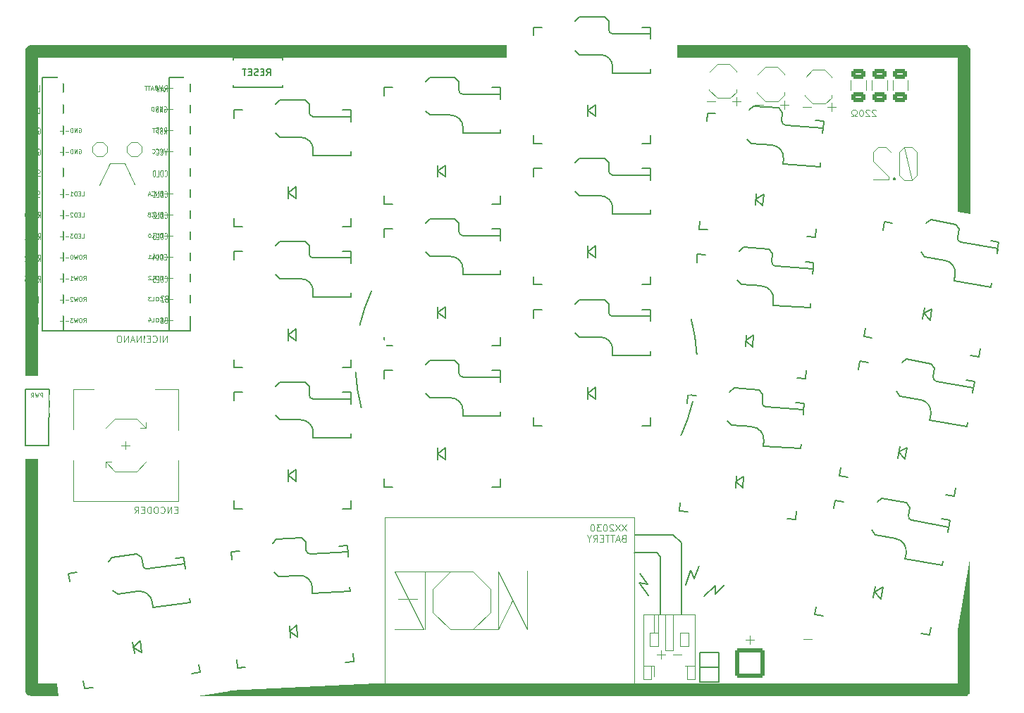
<source format=gbo>
G04 #@! TF.GenerationSoftware,KiCad,Pcbnew,(6.0.4)*
G04 #@! TF.CreationDate,2022-07-03T01:05:05+02:00*
G04 #@! TF.ProjectId,Klotz,4b6c6f74-7a2e-46b6-9963-61645f706362,0.2*
G04 #@! TF.SameCoordinates,Original*
G04 #@! TF.FileFunction,Legend,Bot*
G04 #@! TF.FilePolarity,Positive*
%FSLAX46Y46*%
G04 Gerber Fmt 4.6, Leading zero omitted, Abs format (unit mm)*
G04 Created by KiCad (PCBNEW (6.0.4)) date 2022-07-03 01:05:05*
%MOMM*%
%LPD*%
G01*
G04 APERTURE LIST*
G04 Aperture macros list*
%AMRoundRect*
0 Rectangle with rounded corners*
0 $1 Rounding radius*
0 $2 $3 $4 $5 $6 $7 $8 $9 X,Y pos of 4 corners*
0 Add a 4 corners polygon primitive as box body*
4,1,4,$2,$3,$4,$5,$6,$7,$8,$9,$2,$3,0*
0 Add four circle primitives for the rounded corners*
1,1,$1+$1,$2,$3*
1,1,$1+$1,$4,$5*
1,1,$1+$1,$6,$7*
1,1,$1+$1,$8,$9*
0 Add four rect primitives between the rounded corners*
20,1,$1+$1,$2,$3,$4,$5,0*
20,1,$1+$1,$4,$5,$6,$7,0*
20,1,$1+$1,$6,$7,$8,$9,0*
20,1,$1+$1,$8,$9,$2,$3,0*%
%AMRotRect*
0 Rectangle, with rotation*
0 The origin of the aperture is its center*
0 $1 length*
0 $2 width*
0 $3 Rotation angle, in degrees counterclockwise*
0 Add horizontal line*
21,1,$1,$2,0,0,$3*%
G04 Aperture macros list end*
%ADD10C,0.125000*%
%ADD11C,0.120000*%
%ADD12C,0.119999*%
%ADD13C,0.124999*%
%ADD14C,0.150000*%
%ADD15C,0.000000*%
%ADD16C,0.200000*%
%ADD17O,1.905000X2.159000*%
%ADD18R,1.905000X2.159000*%
%ADD19R,1.800000X1.500000*%
%ADD20C,3.000000*%
%ADD21C,3.429000*%
%ADD22C,1.701800*%
%ADD23C,2.032000*%
%ADD24R,2.600000X2.600000*%
%ADD25RotRect,1.800000X1.500000X350.000000*%
%ADD26C,2.000000*%
%ADD27RotRect,2.600000X2.600000X350.000000*%
%ADD28RoundRect,0.250000X0.625000X-0.375000X0.625000X0.375000X-0.625000X0.375000X-0.625000X-0.375000X0*%
%ADD29C,4.400000*%
%ADD30O,1.200000X1.750000*%
%ADD31RotRect,2.600000X2.600000X356.000000*%
%ADD32C,3.500000*%
%ADD33RotRect,2.600000X2.600000X8.000000*%
%ADD34RotRect,1.800000X1.500000X356.000000*%
%ADD35RotRect,1.800000X1.500000X8.000000*%
%ADD36RotRect,1.800000X1.500000X4.000000*%
%ADD37C,0.900000*%
%ADD38R,1.000000X0.700000*%
%ADD39R,2.800000X1.000000*%
%ADD40RotRect,2.600000X2.600000X3.000000*%
%ADD41C,1.524000*%
%ADD42R,2.000000X2.000000*%
%ADD43R,2.500000X3.000000*%
%ADD44R,0.635000X1.143000*%
%ADD45RoundRect,0.250002X-1.499998X-1.499998X1.499998X-1.499998X1.499998X1.499998X-1.499998X1.499998X0*%
G04 APERTURE END LIST*
D10*
X171900000Y-125600000D02*
X171900000Y-124572480D01*
D11*
X191404526Y-69725000D02*
X190455040Y-65817500D01*
D12*
X138663433Y-123776073D02*
X140727265Y-121712243D01*
D11*
X190455039Y-69724999D02*
X189870740Y-69140700D01*
D13*
X94180356Y-66889560D02*
X94699380Y-66370535D01*
X92934696Y-65678502D02*
X92934696Y-65678502D01*
D12*
X135900000Y-116850000D02*
X135900000Y-116850000D01*
X129708509Y-120103157D02*
X131982223Y-120103157D01*
D14*
X167755336Y-118502502D02*
X167755338Y-119552503D01*
X189334531Y-69527491D02*
X189204531Y-69527491D01*
X167755338Y-119552503D02*
X168865337Y-118442501D01*
D11*
X178358999Y-125000000D02*
X179375000Y-125000000D01*
D14*
X158075000Y-112450000D02*
X162725000Y-112450000D01*
D12*
X141706709Y-116850000D02*
X141706709Y-123776073D01*
D11*
X187307850Y-65779651D02*
X188257341Y-65779642D01*
X189870740Y-69140700D02*
X189870741Y-66401799D01*
D13*
X98297955Y-66889560D02*
X98816980Y-66370535D01*
D11*
X161213480Y-127357999D02*
X161213480Y-126341999D01*
X188565700Y-69720000D02*
X188565700Y-69312149D01*
D13*
X98816980Y-66370535D02*
X98816980Y-65678502D01*
D15*
G36*
X142695732Y-55065903D02*
G01*
X86395767Y-55065903D01*
X86395767Y-93280782D01*
X84844612Y-93280782D01*
X84844612Y-54184563D01*
X84879863Y-54149312D01*
X84879863Y-54043549D01*
X84915119Y-54008298D01*
X84915119Y-53973046D01*
X84950378Y-53937791D01*
X84950378Y-53902535D01*
X84985622Y-53867284D01*
X84985622Y-53832028D01*
X85020885Y-53796780D01*
X85056129Y-53796780D01*
X85056129Y-53761521D01*
X85091392Y-53726266D01*
X85126644Y-53726266D01*
X85126644Y-53691018D01*
X85161895Y-53691018D01*
X85197151Y-53655759D01*
X85232402Y-53620511D01*
X85302909Y-53620511D01*
X85338165Y-53585252D01*
X85373413Y-53585252D01*
X85408668Y-53550000D01*
X142695732Y-53550000D01*
X142695732Y-55065903D01*
G37*
D14*
X159686680Y-119696832D02*
X158615952Y-118167669D01*
D13*
X94699380Y-66370535D02*
X94699380Y-65678502D01*
D11*
X96430000Y-101650000D02*
X97430000Y-101650000D01*
D14*
X159650000Y-118350000D02*
X158749611Y-117064112D01*
D12*
X132716806Y-123776073D02*
X129253768Y-123776073D01*
X132856727Y-116850000D02*
X132856727Y-116850000D01*
D13*
X93453721Y-66889560D02*
X94180356Y-66889560D01*
D12*
X132856727Y-116850000D02*
X129253768Y-116850000D01*
D11*
X190455040Y-65817500D02*
X191404531Y-65817491D01*
D14*
X189354531Y-69717491D02*
X189354531Y-69527491D01*
D13*
X98297955Y-65159477D02*
X97605922Y-65159477D01*
D12*
X133836171Y-118948810D02*
X133836171Y-118948810D01*
D13*
X94180356Y-65159477D02*
X93453721Y-65159477D01*
D12*
X132856727Y-123776073D02*
X132856727Y-116850000D01*
D11*
X96930000Y-101150000D02*
X96930000Y-102150000D01*
D12*
X145134765Y-123776073D02*
X141671728Y-116850000D01*
D13*
X93453721Y-66889560D02*
X93453721Y-66889560D01*
D12*
X133836171Y-121712243D02*
X133836171Y-121712243D01*
D13*
X94180356Y-66889560D02*
X94180356Y-66889560D01*
D15*
G36*
X86391155Y-130265000D02*
G01*
X88647388Y-130265000D01*
X88823657Y-131816155D01*
X85545078Y-131816155D01*
X85474567Y-131780915D01*
X85368801Y-131780915D01*
X85333553Y-131745660D01*
X85263042Y-131745660D01*
X85227790Y-131710397D01*
X85192539Y-131710397D01*
X85157283Y-131675149D01*
X85122032Y-131675149D01*
X85122032Y-131639893D01*
X85086780Y-131604646D01*
X85051517Y-131604646D01*
X85051517Y-131569383D01*
X85016273Y-131534135D01*
X84981010Y-131498879D01*
X84945766Y-131463616D01*
X84945766Y-131428376D01*
X84910507Y-131393121D01*
X84910507Y-131322610D01*
X84875251Y-131287354D01*
X84875251Y-131181596D01*
X84840000Y-131146340D01*
X84840000Y-103331277D01*
X86391155Y-103331277D01*
X86391155Y-130265000D01*
G37*
D13*
X94699380Y-66370535D02*
X94699380Y-66370535D01*
D14*
X165265338Y-117652503D02*
X165802232Y-116177395D01*
X189204531Y-69527491D02*
X189204531Y-69717491D01*
D13*
X92934696Y-66370535D02*
X93453721Y-66889560D01*
D14*
X161150000Y-115025000D02*
X160700000Y-114575000D01*
D13*
X98297955Y-65159477D02*
X98297955Y-65159477D01*
D14*
X164183117Y-118455062D02*
X164821588Y-116700881D01*
X189204531Y-69717491D02*
X189354531Y-69717491D01*
D13*
X92934696Y-65678502D02*
X92934696Y-66370535D01*
D14*
X158615952Y-118167669D02*
X159650000Y-118350000D01*
D12*
X135900000Y-123776073D02*
X138663433Y-123776073D01*
X141706709Y-123776073D02*
X138628454Y-123776073D01*
D13*
X97086897Y-65678502D02*
X97086897Y-65678502D01*
D12*
X138663433Y-123776073D02*
X138663433Y-123776073D01*
D11*
X186723551Y-67470000D02*
X186723551Y-66363950D01*
D12*
X140727265Y-118948810D02*
X138663433Y-116850000D01*
D11*
X163740999Y-126867001D02*
X162713479Y-126867001D01*
D12*
X140727265Y-118948810D02*
X140727265Y-118948810D01*
D13*
X93453721Y-65159477D02*
X93453721Y-65159477D01*
D12*
X135900000Y-116850000D02*
X133836171Y-118948810D01*
D11*
X186723551Y-66363950D02*
X187307850Y-65779651D01*
D12*
X145134765Y-123776073D02*
X145134765Y-123776073D01*
X133836171Y-121712243D02*
X135900000Y-123776073D01*
X138663433Y-116850000D02*
X135900000Y-116850000D01*
D15*
G36*
X198072785Y-53583731D02*
G01*
X198108033Y-53618990D01*
X198178528Y-53689501D01*
X198213761Y-53724756D01*
X198249024Y-53760012D01*
X198284257Y-53795267D01*
X198319504Y-53830522D01*
X198354737Y-53865782D01*
X198390000Y-53901033D01*
X198390000Y-73819326D01*
X196874100Y-73572546D01*
X196874100Y-55064425D01*
X163171677Y-55064425D01*
X163171677Y-53548521D01*
X197685105Y-53548479D01*
X198037553Y-53548479D01*
X198072785Y-53583731D01*
G37*
D11*
X191404530Y-69725000D02*
X191404526Y-69725000D01*
X189870741Y-66401799D02*
X190455040Y-65817500D01*
D12*
X129253768Y-116850000D02*
X129253768Y-116850000D01*
D14*
X89430000Y-87910000D02*
X102142500Y-87920000D01*
D12*
X140727265Y-121712243D02*
X140727265Y-118948810D01*
D11*
X188565700Y-69312149D02*
X186723551Y-67470000D01*
D13*
X97086897Y-66370535D02*
X97605922Y-66889560D01*
D15*
G36*
X198361316Y-131050783D02*
G01*
X198361316Y-131438600D01*
X198290820Y-131509111D01*
X198255588Y-131544366D01*
X198220325Y-131579622D01*
X198185092Y-131614877D01*
X198149844Y-131650133D01*
X198114612Y-131685388D01*
X198079349Y-131720651D01*
X198044116Y-131755899D01*
X198008868Y-131791154D01*
X105609348Y-131791154D01*
X109451984Y-131262353D01*
X109451984Y-131191797D01*
X126937762Y-130275201D01*
X196880832Y-130275201D01*
X196880832Y-123859048D01*
X198361484Y-115362932D01*
X198361316Y-131050783D01*
G37*
D13*
X98816980Y-66370535D02*
X98816980Y-66370535D01*
D12*
X132856727Y-116850000D02*
X135934982Y-116850000D01*
D11*
X186690700Y-69720000D02*
X188565700Y-69720000D01*
D14*
X163675000Y-113400000D02*
X163675000Y-121975000D01*
D13*
X92934696Y-66370535D02*
X92934696Y-66370535D01*
X97086897Y-66370535D02*
X97086897Y-66370535D01*
D11*
X191404530Y-69725000D02*
X190455039Y-69724999D01*
D13*
X97605922Y-65159477D02*
X97086897Y-65678502D01*
D11*
X191988830Y-69140700D02*
X191404530Y-69725000D01*
D13*
X94699380Y-65678502D02*
X94180356Y-65159477D01*
D11*
X160705480Y-126849999D02*
X161721480Y-126850000D01*
D13*
X97086897Y-65678502D02*
X97086897Y-66370535D01*
D11*
X191988830Y-66401790D02*
X191988830Y-69140700D01*
X188257341Y-65779642D02*
X188841640Y-66363941D01*
D13*
X97605922Y-65159477D02*
X97605922Y-65159477D01*
D12*
X129253768Y-116850000D02*
X132716806Y-123776073D01*
D10*
X171392000Y-125080481D02*
X172408000Y-125080480D01*
D12*
X133836171Y-118948810D02*
X133836171Y-121712243D01*
X138663433Y-116850000D02*
X138663433Y-116850000D01*
D13*
X97605922Y-66889560D02*
X98297955Y-66889560D01*
X95080000Y-67720000D02*
X95080000Y-67720000D01*
X94180356Y-65159477D02*
X94180356Y-65159477D01*
X97605922Y-66889560D02*
X97605922Y-66889560D01*
D12*
X145134765Y-116745060D02*
X145134765Y-123776073D01*
D13*
X96775481Y-67720000D02*
X96775481Y-67720000D01*
D14*
X164821588Y-116700881D02*
X165265338Y-117652503D01*
D11*
X191404531Y-65817491D02*
X191988830Y-66401790D01*
D14*
X166435338Y-119822501D02*
X167755336Y-118502502D01*
D13*
X98816980Y-65678502D02*
X98297955Y-65159477D01*
X96775481Y-67720000D02*
X98021141Y-70280524D01*
X98297955Y-66889560D02*
X98297955Y-66889560D01*
D11*
X128050000Y-130300000D02*
X158025000Y-130300000D01*
X158025000Y-130300000D02*
X158025000Y-110300000D01*
X158025000Y-110300000D02*
X128050000Y-110300000D01*
X128050000Y-110300000D02*
X128050000Y-130300000D01*
D14*
X160700000Y-114575000D02*
X158050000Y-114575000D01*
D12*
X141671727Y-123776075D02*
X143385756Y-120313038D01*
D13*
X95080000Y-67720000D02*
X96775481Y-67720000D01*
D12*
X141706709Y-123776073D02*
X141706709Y-123776073D01*
D13*
X93765135Y-70349728D02*
X95080000Y-67720000D01*
D12*
X135900000Y-123776073D02*
X135900000Y-123776073D01*
D13*
X93453721Y-65159477D02*
X92934696Y-65678502D01*
D12*
X132716806Y-123776073D02*
X132716806Y-123776073D01*
D14*
X161150000Y-121950000D02*
X161150000Y-115025000D01*
X162725000Y-112450000D02*
X163675000Y-113400000D01*
D10*
X86906666Y-95876190D02*
X86906666Y-95376190D01*
X86716190Y-95376190D01*
X86668571Y-95400000D01*
X86644761Y-95423809D01*
X86620952Y-95471428D01*
X86620952Y-95542857D01*
X86644761Y-95590476D01*
X86668571Y-95614285D01*
X86716190Y-95638095D01*
X86906666Y-95638095D01*
X86454285Y-95376190D02*
X86335238Y-95876190D01*
X86240000Y-95519047D01*
X86144761Y-95876190D01*
X86025714Y-95376190D01*
X85549523Y-95876190D02*
X85716190Y-95638095D01*
X85835238Y-95876190D02*
X85835238Y-95376190D01*
X85644761Y-95376190D01*
X85597142Y-95400000D01*
X85573333Y-95423809D01*
X85549523Y-95471428D01*
X85549523Y-95542857D01*
X85573333Y-95590476D01*
X85597142Y-95614285D01*
X85644761Y-95638095D01*
X85835238Y-95638095D01*
X91655535Y-74163470D02*
X91893630Y-74163470D01*
X91893630Y-73663470D01*
X91488869Y-73901565D02*
X91322202Y-73901565D01*
X91250773Y-74163470D02*
X91488869Y-74163470D01*
X91488869Y-73663470D01*
X91250773Y-73663470D01*
X91036488Y-74163470D02*
X91036488Y-73663470D01*
X90917440Y-73663470D01*
X90846011Y-73687280D01*
X90798392Y-73734899D01*
X90774583Y-73782518D01*
X90750773Y-73877756D01*
X90750773Y-73949184D01*
X90774583Y-74044422D01*
X90798392Y-74092041D01*
X90846011Y-74139660D01*
X90917440Y-74163470D01*
X91036488Y-74163470D01*
X90560297Y-73711089D02*
X90536488Y-73687280D01*
X90488869Y-73663470D01*
X90369821Y-73663470D01*
X90322202Y-73687280D01*
X90298392Y-73711089D01*
X90274583Y-73758708D01*
X90274583Y-73806327D01*
X90298392Y-73877756D01*
X90584107Y-74163470D01*
X90274583Y-74163470D01*
X90060297Y-73972994D02*
X89679345Y-73972994D01*
X89441250Y-73972994D02*
X89060297Y-73972994D01*
X187038869Y-61358095D02*
X187000773Y-61320000D01*
X186924583Y-61281904D01*
X186734107Y-61281904D01*
X186657916Y-61320000D01*
X186619821Y-61358095D01*
X186581726Y-61434285D01*
X186581726Y-61510476D01*
X186619821Y-61624761D01*
X187076964Y-62081904D01*
X186581726Y-62081904D01*
X186276964Y-61358095D02*
X186238869Y-61320000D01*
X186162678Y-61281904D01*
X185972202Y-61281904D01*
X185896011Y-61320000D01*
X185857916Y-61358095D01*
X185819821Y-61434285D01*
X185819821Y-61510476D01*
X185857916Y-61624761D01*
X186315059Y-62081904D01*
X185819821Y-62081904D01*
X185324583Y-61281904D02*
X185248392Y-61281904D01*
X185172202Y-61320000D01*
X185134107Y-61358095D01*
X185096011Y-61434285D01*
X185057916Y-61586666D01*
X185057916Y-61777142D01*
X185096011Y-61929523D01*
X185134107Y-62005714D01*
X185172202Y-62043809D01*
X185248392Y-62081904D01*
X185324583Y-62081904D01*
X185400773Y-62043809D01*
X185438869Y-62005714D01*
X185476964Y-61929523D01*
X185515059Y-61777142D01*
X185515059Y-61586666D01*
X185476964Y-61434285D01*
X185438869Y-61358095D01*
X185400773Y-61320000D01*
X185324583Y-61281904D01*
X184753154Y-62081904D02*
X184562678Y-62081904D01*
X184562678Y-61929523D01*
X184638869Y-61891428D01*
X184715059Y-61815238D01*
X184753154Y-61700952D01*
X184753154Y-61510476D01*
X184715059Y-61396190D01*
X184638869Y-61320000D01*
X184524583Y-61281904D01*
X184372202Y-61281904D01*
X184257916Y-61320000D01*
X184181726Y-61396190D01*
X184143630Y-61510476D01*
X184143630Y-61700952D01*
X184181726Y-61815238D01*
X184257916Y-61891428D01*
X184334107Y-61929523D01*
X184334107Y-62081904D01*
X184143630Y-62081904D01*
X102559702Y-86632994D02*
X102178750Y-86632994D01*
X101940654Y-86632994D02*
X101559702Y-86632994D01*
X101035892Y-86775851D02*
X101059702Y-86799660D01*
X101131130Y-86823470D01*
X101178750Y-86823470D01*
X101250178Y-86799660D01*
X101297797Y-86752041D01*
X101321607Y-86704422D01*
X101345416Y-86609184D01*
X101345416Y-86537756D01*
X101321607Y-86442518D01*
X101297797Y-86394899D01*
X101250178Y-86347280D01*
X101178750Y-86323470D01*
X101131130Y-86323470D01*
X101059702Y-86347280D01*
X101035892Y-86371089D01*
X100726369Y-86323470D02*
X100631130Y-86323470D01*
X100583511Y-86347280D01*
X100535892Y-86394899D01*
X100512083Y-86490137D01*
X100512083Y-86656803D01*
X100535892Y-86752041D01*
X100583511Y-86799660D01*
X100631130Y-86823470D01*
X100726369Y-86823470D01*
X100773988Y-86799660D01*
X100821607Y-86752041D01*
X100845416Y-86656803D01*
X100845416Y-86490137D01*
X100821607Y-86394899D01*
X100773988Y-86347280D01*
X100726369Y-86323470D01*
X100059702Y-86823470D02*
X100297797Y-86823470D01*
X100297797Y-86323470D01*
X99678750Y-86490137D02*
X99678750Y-86823470D01*
X99797797Y-86299660D02*
X99916845Y-86656803D01*
X99607321Y-86656803D01*
X102559702Y-79015714D02*
X102178750Y-79015714D01*
X101940654Y-79015714D02*
X101559702Y-79015714D01*
X101035892Y-79158571D02*
X101059702Y-79182380D01*
X101131130Y-79206190D01*
X101178750Y-79206190D01*
X101250178Y-79182380D01*
X101297797Y-79134761D01*
X101321607Y-79087142D01*
X101345416Y-78991904D01*
X101345416Y-78920476D01*
X101321607Y-78825238D01*
X101297797Y-78777619D01*
X101250178Y-78730000D01*
X101178750Y-78706190D01*
X101131130Y-78706190D01*
X101059702Y-78730000D01*
X101035892Y-78753809D01*
X100726369Y-78706190D02*
X100631130Y-78706190D01*
X100583511Y-78730000D01*
X100535892Y-78777619D01*
X100512083Y-78872857D01*
X100512083Y-79039523D01*
X100535892Y-79134761D01*
X100583511Y-79182380D01*
X100631130Y-79206190D01*
X100726369Y-79206190D01*
X100773988Y-79182380D01*
X100821607Y-79134761D01*
X100845416Y-79039523D01*
X100845416Y-78872857D01*
X100821607Y-78777619D01*
X100773988Y-78730000D01*
X100726369Y-78706190D01*
X100059702Y-79206190D02*
X100297797Y-79206190D01*
X100297797Y-78706190D01*
X99631130Y-79206190D02*
X99916845Y-79206190D01*
X99773988Y-79206190D02*
X99773988Y-78706190D01*
X99821607Y-78777619D01*
X99869226Y-78825238D01*
X99916845Y-78849047D01*
X91846011Y-81783470D02*
X92012678Y-81545375D01*
X92131726Y-81783470D02*
X92131726Y-81283470D01*
X91941250Y-81283470D01*
X91893630Y-81307280D01*
X91869821Y-81331089D01*
X91846011Y-81378708D01*
X91846011Y-81450137D01*
X91869821Y-81497756D01*
X91893630Y-81521565D01*
X91941250Y-81545375D01*
X92131726Y-81545375D01*
X91536488Y-81283470D02*
X91441250Y-81283470D01*
X91393630Y-81307280D01*
X91346011Y-81354899D01*
X91322202Y-81450137D01*
X91322202Y-81616803D01*
X91346011Y-81712041D01*
X91393630Y-81759660D01*
X91441250Y-81783470D01*
X91536488Y-81783470D01*
X91584107Y-81759660D01*
X91631726Y-81712041D01*
X91655535Y-81616803D01*
X91655535Y-81450137D01*
X91631726Y-81354899D01*
X91584107Y-81307280D01*
X91536488Y-81283470D01*
X91155535Y-81283470D02*
X91036488Y-81783470D01*
X90941250Y-81426327D01*
X90846011Y-81783470D01*
X90726964Y-81283470D01*
X90274583Y-81783470D02*
X90560297Y-81783470D01*
X90417440Y-81783470D02*
X90417440Y-81283470D01*
X90465059Y-81354899D01*
X90512678Y-81402518D01*
X90560297Y-81426327D01*
X90060297Y-81592994D02*
X89679345Y-81592994D01*
X89441250Y-81592994D02*
X89060297Y-81592994D01*
X102559702Y-61242084D02*
X102178750Y-61242084D01*
X101940654Y-61242084D02*
X101559702Y-61242084D01*
X101059702Y-60956370D02*
X101107321Y-60932560D01*
X101178750Y-60932560D01*
X101250178Y-60956370D01*
X101297797Y-61003989D01*
X101321607Y-61051608D01*
X101345416Y-61146846D01*
X101345416Y-61218274D01*
X101321607Y-61313512D01*
X101297797Y-61361131D01*
X101250178Y-61408750D01*
X101178750Y-61432560D01*
X101131130Y-61432560D01*
X101059702Y-61408750D01*
X101035892Y-61384941D01*
X101035892Y-61218274D01*
X101131130Y-61218274D01*
X100821607Y-61432560D02*
X100821607Y-60932560D01*
X100535892Y-61432560D01*
X100535892Y-60932560D01*
X100297797Y-61432560D02*
X100297797Y-60932560D01*
X100178750Y-60932560D01*
X100107321Y-60956370D01*
X100059702Y-61003989D01*
X100035892Y-61051608D01*
X100012083Y-61146846D01*
X100012083Y-61218274D01*
X100035892Y-61313512D01*
X100059702Y-61361131D01*
X100107321Y-61408750D01*
X100178750Y-61432560D01*
X100297797Y-61432560D01*
X102559702Y-66320264D02*
X102178750Y-66320264D01*
X101940654Y-66320264D02*
X101559702Y-66320264D01*
X101393035Y-66010740D02*
X101226369Y-66510740D01*
X101059702Y-66010740D01*
X100607321Y-66463121D02*
X100631130Y-66486930D01*
X100702559Y-66510740D01*
X100750178Y-66510740D01*
X100821607Y-66486930D01*
X100869226Y-66439311D01*
X100893035Y-66391692D01*
X100916845Y-66296454D01*
X100916845Y-66225026D01*
X100893035Y-66129788D01*
X100869226Y-66082169D01*
X100821607Y-66034550D01*
X100750178Y-66010740D01*
X100702559Y-66010740D01*
X100631130Y-66034550D01*
X100607321Y-66058359D01*
X100107321Y-66463121D02*
X100131130Y-66486930D01*
X100202559Y-66510740D01*
X100250178Y-66510740D01*
X100321607Y-66486930D01*
X100369226Y-66439311D01*
X100393035Y-66391692D01*
X100416845Y-66296454D01*
X100416845Y-66225026D01*
X100393035Y-66129788D01*
X100369226Y-66082169D01*
X100321607Y-66034550D01*
X100250178Y-66010740D01*
X100202559Y-66010740D01*
X100131130Y-66034550D01*
X100107321Y-66058359D01*
X91655535Y-76703470D02*
X91893630Y-76703470D01*
X91893630Y-76203470D01*
X91488869Y-76441565D02*
X91322202Y-76441565D01*
X91250773Y-76703470D02*
X91488869Y-76703470D01*
X91488869Y-76203470D01*
X91250773Y-76203470D01*
X91036488Y-76703470D02*
X91036488Y-76203470D01*
X90917440Y-76203470D01*
X90846011Y-76227280D01*
X90798392Y-76274899D01*
X90774583Y-76322518D01*
X90750773Y-76417756D01*
X90750773Y-76489184D01*
X90774583Y-76584422D01*
X90798392Y-76632041D01*
X90846011Y-76679660D01*
X90917440Y-76703470D01*
X91036488Y-76703470D01*
X90584107Y-76203470D02*
X90274583Y-76203470D01*
X90441250Y-76393946D01*
X90369821Y-76393946D01*
X90322202Y-76417756D01*
X90298392Y-76441565D01*
X90274583Y-76489184D01*
X90274583Y-76608232D01*
X90298392Y-76655851D01*
X90322202Y-76679660D01*
X90369821Y-76703470D01*
X90512678Y-76703470D01*
X90560297Y-76679660D01*
X90584107Y-76655851D01*
X90060297Y-76512994D02*
X89679345Y-76512994D01*
X89441250Y-76512994D02*
X89060297Y-76512994D01*
X102559702Y-73937534D02*
X102178750Y-73937534D01*
X101940654Y-73937534D02*
X101559702Y-73937534D01*
X101321607Y-73866105D02*
X101154940Y-73866105D01*
X101083511Y-74128010D02*
X101321607Y-74128010D01*
X101321607Y-73628010D01*
X101083511Y-73628010D01*
X100869226Y-74128010D02*
X100869226Y-73628010D01*
X100583511Y-74128010D01*
X100583511Y-73628010D01*
X100059702Y-74080391D02*
X100083511Y-74104200D01*
X100154940Y-74128010D01*
X100202559Y-74128010D01*
X100273988Y-74104200D01*
X100321607Y-74056581D01*
X100345416Y-74008962D01*
X100369226Y-73913724D01*
X100369226Y-73842296D01*
X100345416Y-73747058D01*
X100321607Y-73699439D01*
X100273988Y-73651820D01*
X100202559Y-73628010D01*
X100154940Y-73628010D01*
X100083511Y-73651820D01*
X100059702Y-73675629D01*
X99678750Y-73866105D02*
X99607321Y-73889915D01*
X99583511Y-73913724D01*
X99559702Y-73961343D01*
X99559702Y-74032772D01*
X99583511Y-74080391D01*
X99607321Y-74104200D01*
X99654940Y-74128010D01*
X99845416Y-74128010D01*
X99845416Y-73628010D01*
X99678750Y-73628010D01*
X99631130Y-73651820D01*
X99607321Y-73675629D01*
X99583511Y-73723248D01*
X99583511Y-73770867D01*
X99607321Y-73818486D01*
X99631130Y-73842296D01*
X99678750Y-73866105D01*
X99845416Y-73866105D01*
X91846011Y-79243470D02*
X92012678Y-79005375D01*
X92131726Y-79243470D02*
X92131726Y-78743470D01*
X91941250Y-78743470D01*
X91893630Y-78767280D01*
X91869821Y-78791089D01*
X91846011Y-78838708D01*
X91846011Y-78910137D01*
X91869821Y-78957756D01*
X91893630Y-78981565D01*
X91941250Y-79005375D01*
X92131726Y-79005375D01*
X91536488Y-78743470D02*
X91441250Y-78743470D01*
X91393630Y-78767280D01*
X91346011Y-78814899D01*
X91322202Y-78910137D01*
X91322202Y-79076803D01*
X91346011Y-79172041D01*
X91393630Y-79219660D01*
X91441250Y-79243470D01*
X91536488Y-79243470D01*
X91584107Y-79219660D01*
X91631726Y-79172041D01*
X91655535Y-79076803D01*
X91655535Y-78910137D01*
X91631726Y-78814899D01*
X91584107Y-78767280D01*
X91536488Y-78743470D01*
X91155535Y-78743470D02*
X91036488Y-79243470D01*
X90941250Y-78886327D01*
X90846011Y-79243470D01*
X90726964Y-78743470D01*
X90441250Y-78743470D02*
X90393630Y-78743470D01*
X90346011Y-78767280D01*
X90322202Y-78791089D01*
X90298392Y-78838708D01*
X90274583Y-78933946D01*
X90274583Y-79052994D01*
X90298392Y-79148232D01*
X90322202Y-79195851D01*
X90346011Y-79219660D01*
X90393630Y-79243470D01*
X90441250Y-79243470D01*
X90488869Y-79219660D01*
X90512678Y-79195851D01*
X90536488Y-79148232D01*
X90560297Y-79052994D01*
X90560297Y-78933946D01*
X90536488Y-78838708D01*
X90512678Y-78791089D01*
X90488869Y-78767280D01*
X90441250Y-78743470D01*
X90060297Y-79052994D02*
X89679345Y-79052994D01*
X89441250Y-79052994D02*
X89060297Y-79052994D01*
X91655535Y-71623470D02*
X91893630Y-71623470D01*
X91893630Y-71123470D01*
X91488869Y-71361565D02*
X91322202Y-71361565D01*
X91250773Y-71623470D02*
X91488869Y-71623470D01*
X91488869Y-71123470D01*
X91250773Y-71123470D01*
X91036488Y-71623470D02*
X91036488Y-71123470D01*
X90917440Y-71123470D01*
X90846011Y-71147280D01*
X90798392Y-71194899D01*
X90774583Y-71242518D01*
X90750773Y-71337756D01*
X90750773Y-71409184D01*
X90774583Y-71504422D01*
X90798392Y-71552041D01*
X90846011Y-71599660D01*
X90917440Y-71623470D01*
X91036488Y-71623470D01*
X90274583Y-71623470D02*
X90560297Y-71623470D01*
X90417440Y-71623470D02*
X90417440Y-71123470D01*
X90465059Y-71194899D01*
X90512678Y-71242518D01*
X90560297Y-71266327D01*
X90060297Y-71432994D02*
X89679345Y-71432994D01*
X89441250Y-71432994D02*
X89060297Y-71432994D01*
X102559702Y-76476624D02*
X102178750Y-76476624D01*
X101940654Y-76476624D02*
X101559702Y-76476624D01*
X101035892Y-76619481D02*
X101059702Y-76643290D01*
X101131130Y-76667100D01*
X101178750Y-76667100D01*
X101250178Y-76643290D01*
X101297797Y-76595671D01*
X101321607Y-76548052D01*
X101345416Y-76452814D01*
X101345416Y-76381386D01*
X101321607Y-76286148D01*
X101297797Y-76238529D01*
X101250178Y-76190910D01*
X101178750Y-76167100D01*
X101131130Y-76167100D01*
X101059702Y-76190910D01*
X101035892Y-76214719D01*
X100726369Y-76167100D02*
X100631130Y-76167100D01*
X100583511Y-76190910D01*
X100535892Y-76238529D01*
X100512083Y-76333767D01*
X100512083Y-76500433D01*
X100535892Y-76595671D01*
X100583511Y-76643290D01*
X100631130Y-76667100D01*
X100726369Y-76667100D01*
X100773988Y-76643290D01*
X100821607Y-76595671D01*
X100845416Y-76500433D01*
X100845416Y-76333767D01*
X100821607Y-76238529D01*
X100773988Y-76190910D01*
X100726369Y-76167100D01*
X100059702Y-76667100D02*
X100297797Y-76667100D01*
X100297797Y-76167100D01*
X99797797Y-76167100D02*
X99750178Y-76167100D01*
X99702559Y-76190910D01*
X99678750Y-76214719D01*
X99654940Y-76262338D01*
X99631130Y-76357576D01*
X99631130Y-76476624D01*
X99654940Y-76571862D01*
X99678750Y-76619481D01*
X99702559Y-76643290D01*
X99750178Y-76667100D01*
X99797797Y-76667100D01*
X99845416Y-76643290D01*
X99869226Y-76619481D01*
X99893035Y-76571862D01*
X99916845Y-76476624D01*
X99916845Y-76357576D01*
X99893035Y-76262338D01*
X99869226Y-76214719D01*
X99845416Y-76190910D01*
X99797797Y-76167100D01*
X102559702Y-63781174D02*
X102178750Y-63781174D01*
X101940654Y-63781174D02*
X101559702Y-63781174D01*
X101035892Y-63971650D02*
X101202559Y-63733555D01*
X101321607Y-63971650D02*
X101321607Y-63471650D01*
X101131130Y-63471650D01*
X101083511Y-63495460D01*
X101059702Y-63519269D01*
X101035892Y-63566888D01*
X101035892Y-63638317D01*
X101059702Y-63685936D01*
X101083511Y-63709745D01*
X101131130Y-63733555D01*
X101321607Y-63733555D01*
X100845416Y-63947840D02*
X100773988Y-63971650D01*
X100654940Y-63971650D01*
X100607321Y-63947840D01*
X100583511Y-63924031D01*
X100559702Y-63876412D01*
X100559702Y-63828793D01*
X100583511Y-63781174D01*
X100607321Y-63757364D01*
X100654940Y-63733555D01*
X100750178Y-63709745D01*
X100797797Y-63685936D01*
X100821607Y-63662126D01*
X100845416Y-63614507D01*
X100845416Y-63566888D01*
X100821607Y-63519269D01*
X100797797Y-63495460D01*
X100750178Y-63471650D01*
X100631130Y-63471650D01*
X100559702Y-63495460D01*
X100416845Y-63471650D02*
X100131130Y-63471650D01*
X100273988Y-63971650D02*
X100273988Y-63471650D01*
X103158273Y-109417857D02*
X102891607Y-109417857D01*
X102777321Y-109836904D02*
X103158273Y-109836904D01*
X103158273Y-109036904D01*
X102777321Y-109036904D01*
X102434464Y-109836904D02*
X102434464Y-109036904D01*
X101977321Y-109836904D01*
X101977321Y-109036904D01*
X101139226Y-109760714D02*
X101177321Y-109798809D01*
X101291607Y-109836904D01*
X101367797Y-109836904D01*
X101482083Y-109798809D01*
X101558273Y-109722619D01*
X101596369Y-109646428D01*
X101634464Y-109494047D01*
X101634464Y-109379761D01*
X101596369Y-109227380D01*
X101558273Y-109151190D01*
X101482083Y-109075000D01*
X101367797Y-109036904D01*
X101291607Y-109036904D01*
X101177321Y-109075000D01*
X101139226Y-109113095D01*
X100643988Y-109036904D02*
X100491607Y-109036904D01*
X100415416Y-109075000D01*
X100339226Y-109151190D01*
X100301130Y-109303571D01*
X100301130Y-109570238D01*
X100339226Y-109722619D01*
X100415416Y-109798809D01*
X100491607Y-109836904D01*
X100643988Y-109836904D01*
X100720178Y-109798809D01*
X100796369Y-109722619D01*
X100834464Y-109570238D01*
X100834464Y-109303571D01*
X100796369Y-109151190D01*
X100720178Y-109075000D01*
X100643988Y-109036904D01*
X99958273Y-109836904D02*
X99958273Y-109036904D01*
X99767797Y-109036904D01*
X99653511Y-109075000D01*
X99577321Y-109151190D01*
X99539226Y-109227380D01*
X99501130Y-109379761D01*
X99501130Y-109494047D01*
X99539226Y-109646428D01*
X99577321Y-109722619D01*
X99653511Y-109798809D01*
X99767797Y-109836904D01*
X99958273Y-109836904D01*
X99158273Y-109417857D02*
X98891607Y-109417857D01*
X98777321Y-109836904D02*
X99158273Y-109836904D01*
X99158273Y-109036904D01*
X98777321Y-109036904D01*
X97977321Y-109836904D02*
X98243988Y-109455952D01*
X98434464Y-109836904D02*
X98434464Y-109036904D01*
X98129702Y-109036904D01*
X98053511Y-109075000D01*
X98015416Y-109113095D01*
X97977321Y-109189285D01*
X97977321Y-109303571D01*
X98015416Y-109379761D01*
X98053511Y-109417857D01*
X98129702Y-109455952D01*
X98434464Y-109455952D01*
X157074464Y-111167904D02*
X156541130Y-111967904D01*
X156541130Y-111167904D02*
X157074464Y-111967904D01*
X156312559Y-111167904D02*
X155779226Y-111967904D01*
X155779226Y-111167904D02*
X156312559Y-111967904D01*
X155512559Y-111244095D02*
X155474464Y-111206000D01*
X155398273Y-111167904D01*
X155207797Y-111167904D01*
X155131607Y-111206000D01*
X155093511Y-111244095D01*
X155055416Y-111320285D01*
X155055416Y-111396476D01*
X155093511Y-111510761D01*
X155550654Y-111967904D01*
X155055416Y-111967904D01*
X154560178Y-111167904D02*
X154483988Y-111167904D01*
X154407797Y-111206000D01*
X154369702Y-111244095D01*
X154331607Y-111320285D01*
X154293511Y-111472666D01*
X154293511Y-111663142D01*
X154331607Y-111815523D01*
X154369702Y-111891714D01*
X154407797Y-111929809D01*
X154483988Y-111967904D01*
X154560178Y-111967904D01*
X154636369Y-111929809D01*
X154674464Y-111891714D01*
X154712559Y-111815523D01*
X154750654Y-111663142D01*
X154750654Y-111472666D01*
X154712559Y-111320285D01*
X154674464Y-111244095D01*
X154636369Y-111206000D01*
X154560178Y-111167904D01*
X154026845Y-111167904D02*
X153531607Y-111167904D01*
X153798273Y-111472666D01*
X153683988Y-111472666D01*
X153607797Y-111510761D01*
X153569702Y-111548857D01*
X153531607Y-111625047D01*
X153531607Y-111815523D01*
X153569702Y-111891714D01*
X153607797Y-111929809D01*
X153683988Y-111967904D01*
X153912559Y-111967904D01*
X153988750Y-111929809D01*
X154026845Y-111891714D01*
X153036369Y-111167904D02*
X152960178Y-111167904D01*
X152883988Y-111206000D01*
X152845892Y-111244095D01*
X152807797Y-111320285D01*
X152769702Y-111472666D01*
X152769702Y-111663142D01*
X152807797Y-111815523D01*
X152845892Y-111891714D01*
X152883988Y-111929809D01*
X152960178Y-111967904D01*
X153036369Y-111967904D01*
X153112559Y-111929809D01*
X153150654Y-111891714D01*
X153188750Y-111815523D01*
X153226845Y-111663142D01*
X153226845Y-111472666D01*
X153188750Y-111320285D01*
X153150654Y-111244095D01*
X153112559Y-111206000D01*
X153036369Y-111167904D01*
X156731607Y-112836857D02*
X156617321Y-112874952D01*
X156579226Y-112913047D01*
X156541130Y-112989238D01*
X156541130Y-113103523D01*
X156579226Y-113179714D01*
X156617321Y-113217809D01*
X156693511Y-113255904D01*
X156998273Y-113255904D01*
X156998273Y-112455904D01*
X156731607Y-112455904D01*
X156655416Y-112494000D01*
X156617321Y-112532095D01*
X156579226Y-112608285D01*
X156579226Y-112684476D01*
X156617321Y-112760666D01*
X156655416Y-112798761D01*
X156731607Y-112836857D01*
X156998273Y-112836857D01*
X156236369Y-113027333D02*
X155855416Y-113027333D01*
X156312559Y-113255904D02*
X156045892Y-112455904D01*
X155779226Y-113255904D01*
X155626845Y-112455904D02*
X155169702Y-112455904D01*
X155398273Y-113255904D02*
X155398273Y-112455904D01*
X155017321Y-112455904D02*
X154560178Y-112455904D01*
X154788750Y-113255904D02*
X154788750Y-112455904D01*
X154293511Y-112836857D02*
X154026845Y-112836857D01*
X153912559Y-113255904D02*
X154293511Y-113255904D01*
X154293511Y-112455904D01*
X153912559Y-112455904D01*
X153112559Y-113255904D02*
X153379226Y-112874952D01*
X153569702Y-113255904D02*
X153569702Y-112455904D01*
X153264940Y-112455904D01*
X153188750Y-112494000D01*
X153150654Y-112532095D01*
X153112559Y-112608285D01*
X153112559Y-112722571D01*
X153150654Y-112798761D01*
X153188750Y-112836857D01*
X153264940Y-112874952D01*
X153569702Y-112874952D01*
X152617321Y-112874952D02*
X152617321Y-113255904D01*
X152883988Y-112455904D02*
X152617321Y-112874952D01*
X152350654Y-112455904D01*
X91846011Y-86863470D02*
X92012678Y-86625375D01*
X92131726Y-86863470D02*
X92131726Y-86363470D01*
X91941250Y-86363470D01*
X91893630Y-86387280D01*
X91869821Y-86411089D01*
X91846011Y-86458708D01*
X91846011Y-86530137D01*
X91869821Y-86577756D01*
X91893630Y-86601565D01*
X91941250Y-86625375D01*
X92131726Y-86625375D01*
X91536488Y-86363470D02*
X91441250Y-86363470D01*
X91393630Y-86387280D01*
X91346011Y-86434899D01*
X91322202Y-86530137D01*
X91322202Y-86696803D01*
X91346011Y-86792041D01*
X91393630Y-86839660D01*
X91441250Y-86863470D01*
X91536488Y-86863470D01*
X91584107Y-86839660D01*
X91631726Y-86792041D01*
X91655535Y-86696803D01*
X91655535Y-86530137D01*
X91631726Y-86434899D01*
X91584107Y-86387280D01*
X91536488Y-86363470D01*
X91155535Y-86363470D02*
X91036488Y-86863470D01*
X90941250Y-86506327D01*
X90846011Y-86863470D01*
X90726964Y-86363470D01*
X90584107Y-86363470D02*
X90274583Y-86363470D01*
X90441250Y-86553946D01*
X90369821Y-86553946D01*
X90322202Y-86577756D01*
X90298392Y-86601565D01*
X90274583Y-86649184D01*
X90274583Y-86768232D01*
X90298392Y-86815851D01*
X90322202Y-86839660D01*
X90369821Y-86863470D01*
X90512678Y-86863470D01*
X90560297Y-86839660D01*
X90584107Y-86815851D01*
X90060297Y-86672994D02*
X89679345Y-86672994D01*
X89441250Y-86672994D02*
X89060297Y-86672994D01*
X102559702Y-84093894D02*
X102178750Y-84093894D01*
X101940654Y-84093894D02*
X101559702Y-84093894D01*
X101035892Y-84236751D02*
X101059702Y-84260560D01*
X101131130Y-84284370D01*
X101178750Y-84284370D01*
X101250178Y-84260560D01*
X101297797Y-84212941D01*
X101321607Y-84165322D01*
X101345416Y-84070084D01*
X101345416Y-83998656D01*
X101321607Y-83903418D01*
X101297797Y-83855799D01*
X101250178Y-83808180D01*
X101178750Y-83784370D01*
X101131130Y-83784370D01*
X101059702Y-83808180D01*
X101035892Y-83831989D01*
X100726369Y-83784370D02*
X100631130Y-83784370D01*
X100583511Y-83808180D01*
X100535892Y-83855799D01*
X100512083Y-83951037D01*
X100512083Y-84117703D01*
X100535892Y-84212941D01*
X100583511Y-84260560D01*
X100631130Y-84284370D01*
X100726369Y-84284370D01*
X100773988Y-84260560D01*
X100821607Y-84212941D01*
X100845416Y-84117703D01*
X100845416Y-83951037D01*
X100821607Y-83855799D01*
X100773988Y-83808180D01*
X100726369Y-83784370D01*
X100059702Y-84284370D02*
X100297797Y-84284370D01*
X100297797Y-83784370D01*
X99940654Y-83784370D02*
X99631130Y-83784370D01*
X99797797Y-83974846D01*
X99726369Y-83974846D01*
X99678750Y-83998656D01*
X99654940Y-84022465D01*
X99631130Y-84070084D01*
X99631130Y-84189132D01*
X99654940Y-84236751D01*
X99678750Y-84260560D01*
X99726369Y-84284370D01*
X99869226Y-84284370D01*
X99916845Y-84260560D01*
X99940654Y-84236751D01*
X102559702Y-81554804D02*
X102178750Y-81554804D01*
X101940654Y-81554804D02*
X101559702Y-81554804D01*
X101035892Y-81697661D02*
X101059702Y-81721470D01*
X101131130Y-81745280D01*
X101178750Y-81745280D01*
X101250178Y-81721470D01*
X101297797Y-81673851D01*
X101321607Y-81626232D01*
X101345416Y-81530994D01*
X101345416Y-81459566D01*
X101321607Y-81364328D01*
X101297797Y-81316709D01*
X101250178Y-81269090D01*
X101178750Y-81245280D01*
X101131130Y-81245280D01*
X101059702Y-81269090D01*
X101035892Y-81292899D01*
X100726369Y-81245280D02*
X100631130Y-81245280D01*
X100583511Y-81269090D01*
X100535892Y-81316709D01*
X100512083Y-81411947D01*
X100512083Y-81578613D01*
X100535892Y-81673851D01*
X100583511Y-81721470D01*
X100631130Y-81745280D01*
X100726369Y-81745280D01*
X100773988Y-81721470D01*
X100821607Y-81673851D01*
X100845416Y-81578613D01*
X100845416Y-81411947D01*
X100821607Y-81316709D01*
X100773988Y-81269090D01*
X100726369Y-81245280D01*
X100059702Y-81745280D02*
X100297797Y-81745280D01*
X100297797Y-81245280D01*
X99916845Y-81292899D02*
X99893035Y-81269090D01*
X99845416Y-81245280D01*
X99726369Y-81245280D01*
X99678750Y-81269090D01*
X99654940Y-81292899D01*
X99631130Y-81340518D01*
X99631130Y-81388137D01*
X99654940Y-81459566D01*
X99940654Y-81745280D01*
X99631130Y-81745280D01*
X102559702Y-71398444D02*
X102178750Y-71398444D01*
X101940654Y-71398444D02*
X101559702Y-71398444D01*
X101321607Y-71327015D02*
X101154940Y-71327015D01*
X101083511Y-71588920D02*
X101321607Y-71588920D01*
X101321607Y-71088920D01*
X101083511Y-71088920D01*
X100869226Y-71588920D02*
X100869226Y-71088920D01*
X100583511Y-71588920D01*
X100583511Y-71088920D01*
X100059702Y-71541301D02*
X100083511Y-71565110D01*
X100154940Y-71588920D01*
X100202559Y-71588920D01*
X100273988Y-71565110D01*
X100321607Y-71517491D01*
X100345416Y-71469872D01*
X100369226Y-71374634D01*
X100369226Y-71303206D01*
X100345416Y-71207968D01*
X100321607Y-71160349D01*
X100273988Y-71112730D01*
X100202559Y-71088920D01*
X100154940Y-71088920D01*
X100083511Y-71112730D01*
X100059702Y-71136539D01*
X99869226Y-71446063D02*
X99631130Y-71446063D01*
X99916845Y-71588920D02*
X99750178Y-71088920D01*
X99583511Y-71588920D01*
X91322202Y-66067280D02*
X91369821Y-66043470D01*
X91441250Y-66043470D01*
X91512678Y-66067280D01*
X91560297Y-66114899D01*
X91584107Y-66162518D01*
X91607916Y-66257756D01*
X91607916Y-66329184D01*
X91584107Y-66424422D01*
X91560297Y-66472041D01*
X91512678Y-66519660D01*
X91441250Y-66543470D01*
X91393630Y-66543470D01*
X91322202Y-66519660D01*
X91298392Y-66495851D01*
X91298392Y-66329184D01*
X91393630Y-66329184D01*
X91084107Y-66543470D02*
X91084107Y-66043470D01*
X90798392Y-66543470D01*
X90798392Y-66043470D01*
X90560297Y-66543470D02*
X90560297Y-66043470D01*
X90441250Y-66043470D01*
X90369821Y-66067280D01*
X90322202Y-66114899D01*
X90298392Y-66162518D01*
X90274583Y-66257756D01*
X90274583Y-66329184D01*
X90298392Y-66424422D01*
X90322202Y-66472041D01*
X90369821Y-66519660D01*
X90441250Y-66543470D01*
X90560297Y-66543470D01*
X90060297Y-66352994D02*
X89679345Y-66352994D01*
X89441250Y-66352994D02*
X89060297Y-66352994D01*
X102559702Y-58702994D02*
X102178750Y-58702994D01*
X101940654Y-58702994D02*
X101559702Y-58702994D01*
X101321607Y-58702994D02*
X100940654Y-58702994D01*
X101131130Y-58893470D02*
X101131130Y-58512518D01*
X100535892Y-58631565D02*
X100464464Y-58655375D01*
X100440654Y-58679184D01*
X100416845Y-58726803D01*
X100416845Y-58798232D01*
X100440654Y-58845851D01*
X100464464Y-58869660D01*
X100512083Y-58893470D01*
X100702559Y-58893470D01*
X100702559Y-58393470D01*
X100535892Y-58393470D01*
X100488273Y-58417280D01*
X100464464Y-58441089D01*
X100440654Y-58488708D01*
X100440654Y-58536327D01*
X100464464Y-58583946D01*
X100488273Y-58607756D01*
X100535892Y-58631565D01*
X100702559Y-58631565D01*
X100226369Y-58750613D02*
X99988273Y-58750613D01*
X100273988Y-58893470D02*
X100107321Y-58393470D01*
X99940654Y-58893470D01*
X99845416Y-58393470D02*
X99559702Y-58393470D01*
X99702559Y-58893470D02*
X99702559Y-58393470D01*
X99464464Y-58393470D02*
X99178750Y-58393470D01*
X99321607Y-58893470D02*
X99321607Y-58393470D01*
X91322202Y-63527280D02*
X91369821Y-63503470D01*
X91441250Y-63503470D01*
X91512678Y-63527280D01*
X91560297Y-63574899D01*
X91584107Y-63622518D01*
X91607916Y-63717756D01*
X91607916Y-63789184D01*
X91584107Y-63884422D01*
X91560297Y-63932041D01*
X91512678Y-63979660D01*
X91441250Y-64003470D01*
X91393630Y-64003470D01*
X91322202Y-63979660D01*
X91298392Y-63955851D01*
X91298392Y-63789184D01*
X91393630Y-63789184D01*
X91084107Y-64003470D02*
X91084107Y-63503470D01*
X90798392Y-64003470D01*
X90798392Y-63503470D01*
X90560297Y-64003470D02*
X90560297Y-63503470D01*
X90441250Y-63503470D01*
X90369821Y-63527280D01*
X90322202Y-63574899D01*
X90298392Y-63622518D01*
X90274583Y-63717756D01*
X90274583Y-63789184D01*
X90298392Y-63884422D01*
X90322202Y-63932041D01*
X90369821Y-63979660D01*
X90441250Y-64003470D01*
X90560297Y-64003470D01*
X90060297Y-63812994D02*
X89679345Y-63812994D01*
X89441250Y-63812994D02*
X89060297Y-63812994D01*
X91846011Y-84323470D02*
X92012678Y-84085375D01*
X92131726Y-84323470D02*
X92131726Y-83823470D01*
X91941250Y-83823470D01*
X91893630Y-83847280D01*
X91869821Y-83871089D01*
X91846011Y-83918708D01*
X91846011Y-83990137D01*
X91869821Y-84037756D01*
X91893630Y-84061565D01*
X91941250Y-84085375D01*
X92131726Y-84085375D01*
X91536488Y-83823470D02*
X91441250Y-83823470D01*
X91393630Y-83847280D01*
X91346011Y-83894899D01*
X91322202Y-83990137D01*
X91322202Y-84156803D01*
X91346011Y-84252041D01*
X91393630Y-84299660D01*
X91441250Y-84323470D01*
X91536488Y-84323470D01*
X91584107Y-84299660D01*
X91631726Y-84252041D01*
X91655535Y-84156803D01*
X91655535Y-83990137D01*
X91631726Y-83894899D01*
X91584107Y-83847280D01*
X91536488Y-83823470D01*
X91155535Y-83823470D02*
X91036488Y-84323470D01*
X90941250Y-83966327D01*
X90846011Y-84323470D01*
X90726964Y-83823470D01*
X90560297Y-83871089D02*
X90536488Y-83847280D01*
X90488869Y-83823470D01*
X90369821Y-83823470D01*
X90322202Y-83847280D01*
X90298392Y-83871089D01*
X90274583Y-83918708D01*
X90274583Y-83966327D01*
X90298392Y-84037756D01*
X90584107Y-84323470D01*
X90274583Y-84323470D01*
X90060297Y-84132994D02*
X89679345Y-84132994D01*
X89441250Y-84132994D02*
X89060297Y-84132994D01*
X101868273Y-89251904D02*
X101868273Y-88451904D01*
X101411130Y-89251904D01*
X101411130Y-88451904D01*
X101030178Y-89251904D02*
X101030178Y-88451904D01*
X100192083Y-89175714D02*
X100230178Y-89213809D01*
X100344464Y-89251904D01*
X100420654Y-89251904D01*
X100534940Y-89213809D01*
X100611130Y-89137619D01*
X100649226Y-89061428D01*
X100687321Y-88909047D01*
X100687321Y-88794761D01*
X100649226Y-88642380D01*
X100611130Y-88566190D01*
X100534940Y-88490000D01*
X100420654Y-88451904D01*
X100344464Y-88451904D01*
X100230178Y-88490000D01*
X100192083Y-88528095D01*
X99849226Y-88832857D02*
X99582559Y-88832857D01*
X99468273Y-89251904D02*
X99849226Y-89251904D01*
X99849226Y-88451904D01*
X99468273Y-88451904D01*
X99125416Y-89175714D02*
X99087321Y-89213809D01*
X99125416Y-89251904D01*
X99163511Y-89213809D01*
X99125416Y-89175714D01*
X99125416Y-89251904D01*
X99125416Y-88947142D02*
X99163511Y-88490000D01*
X99125416Y-88451904D01*
X99087321Y-88490000D01*
X99125416Y-88947142D01*
X99125416Y-88451904D01*
X98744464Y-89251904D02*
X98744464Y-88451904D01*
X98287321Y-89251904D01*
X98287321Y-88451904D01*
X97944464Y-89023333D02*
X97563511Y-89023333D01*
X98020654Y-89251904D02*
X97753988Y-88451904D01*
X97487321Y-89251904D01*
X97220654Y-89251904D02*
X97220654Y-88451904D01*
X96763511Y-89251904D01*
X96763511Y-88451904D01*
X96230178Y-88451904D02*
X96077797Y-88451904D01*
X96001607Y-88490000D01*
X95925416Y-88566190D01*
X95887321Y-88718571D01*
X95887321Y-88985238D01*
X95925416Y-89137619D01*
X96001607Y-89213809D01*
X96077797Y-89251904D01*
X96230178Y-89251904D01*
X96306369Y-89213809D01*
X96382559Y-89137619D01*
X96420654Y-88985238D01*
X96420654Y-88718571D01*
X96382559Y-88566190D01*
X96306369Y-88490000D01*
X96230178Y-88451904D01*
D14*
X113854904Y-57181904D02*
X114121571Y-56800952D01*
X114312047Y-57181904D02*
X114312047Y-56381904D01*
X114007285Y-56381904D01*
X113931095Y-56420000D01*
X113893000Y-56458095D01*
X113854904Y-56534285D01*
X113854904Y-56648571D01*
X113893000Y-56724761D01*
X113931095Y-56762857D01*
X114007285Y-56800952D01*
X114312047Y-56800952D01*
X113512047Y-56762857D02*
X113245380Y-56762857D01*
X113131095Y-57181904D02*
X113512047Y-57181904D01*
X113512047Y-56381904D01*
X113131095Y-56381904D01*
X112826333Y-57143809D02*
X112712047Y-57181904D01*
X112521571Y-57181904D01*
X112445380Y-57143809D01*
X112407285Y-57105714D01*
X112369190Y-57029523D01*
X112369190Y-56953333D01*
X112407285Y-56877142D01*
X112445380Y-56839047D01*
X112521571Y-56800952D01*
X112673952Y-56762857D01*
X112750142Y-56724761D01*
X112788238Y-56686666D01*
X112826333Y-56610476D01*
X112826333Y-56534285D01*
X112788238Y-56458095D01*
X112750142Y-56420000D01*
X112673952Y-56381904D01*
X112483476Y-56381904D01*
X112369190Y-56420000D01*
X112026333Y-56762857D02*
X111759666Y-56762857D01*
X111645380Y-57181904D02*
X112026333Y-57181904D01*
X112026333Y-56381904D01*
X111645380Y-56381904D01*
X111416809Y-56381904D02*
X110959666Y-56381904D01*
X111188238Y-57181904D02*
X111188238Y-56381904D01*
D10*
X101610119Y-71741357D02*
X101633928Y-71777071D01*
X101705357Y-71812785D01*
X101752976Y-71812785D01*
X101824404Y-71777071D01*
X101872023Y-71705642D01*
X101895833Y-71634214D01*
X101919642Y-71491357D01*
X101919642Y-71384214D01*
X101895833Y-71241357D01*
X101872023Y-71169928D01*
X101824404Y-71098500D01*
X101752976Y-71062785D01*
X101705357Y-71062785D01*
X101633928Y-71098500D01*
X101610119Y-71134214D01*
X101300595Y-71062785D02*
X101205357Y-71062785D01*
X101157738Y-71098500D01*
X101110119Y-71169928D01*
X101086309Y-71312785D01*
X101086309Y-71562785D01*
X101110119Y-71705642D01*
X101157738Y-71777071D01*
X101205357Y-71812785D01*
X101300595Y-71812785D01*
X101348214Y-71777071D01*
X101395833Y-71705642D01*
X101419642Y-71562785D01*
X101419642Y-71312785D01*
X101395833Y-71169928D01*
X101348214Y-71098500D01*
X101300595Y-71062785D01*
X100633928Y-71812785D02*
X100872023Y-71812785D01*
X100872023Y-71062785D01*
X100205357Y-71812785D02*
X100491071Y-71812785D01*
X100348214Y-71812785D02*
X100348214Y-71062785D01*
X100395833Y-71169928D01*
X100443452Y-71241357D01*
X100491071Y-71277071D01*
X101598738Y-59112785D02*
X101765404Y-58755642D01*
X101884452Y-59112785D02*
X101884452Y-58362785D01*
X101693976Y-58362785D01*
X101646357Y-58398500D01*
X101622547Y-58434214D01*
X101598738Y-58505642D01*
X101598738Y-58612785D01*
X101622547Y-58684214D01*
X101646357Y-58719928D01*
X101693976Y-58755642D01*
X101884452Y-58755642D01*
X101408261Y-58898500D02*
X101170166Y-58898500D01*
X101455880Y-59112785D02*
X101289214Y-58362785D01*
X101122547Y-59112785D01*
X101003500Y-58362785D02*
X100884452Y-59112785D01*
X100789214Y-58577071D01*
X100693976Y-59112785D01*
X100574928Y-58362785D01*
X101709880Y-86596428D02*
X101638452Y-86632142D01*
X101614642Y-86667857D01*
X101590833Y-86739285D01*
X101590833Y-86846428D01*
X101614642Y-86917857D01*
X101638452Y-86953571D01*
X101686071Y-86989285D01*
X101876547Y-86989285D01*
X101876547Y-86239285D01*
X101709880Y-86239285D01*
X101662261Y-86275000D01*
X101638452Y-86310714D01*
X101614642Y-86382142D01*
X101614642Y-86453571D01*
X101638452Y-86525000D01*
X101662261Y-86560714D01*
X101709880Y-86596428D01*
X101876547Y-86596428D01*
X101162261Y-86239285D02*
X101257500Y-86239285D01*
X101305119Y-86275000D01*
X101328928Y-86310714D01*
X101376547Y-86417857D01*
X101400357Y-86560714D01*
X101400357Y-86846428D01*
X101376547Y-86917857D01*
X101352738Y-86953571D01*
X101305119Y-86989285D01*
X101209880Y-86989285D01*
X101162261Y-86953571D01*
X101138452Y-86917857D01*
X101114642Y-86846428D01*
X101114642Y-86667857D01*
X101138452Y-86596428D01*
X101162261Y-86560714D01*
X101209880Y-86525000D01*
X101305119Y-86525000D01*
X101352738Y-86560714D01*
X101376547Y-86596428D01*
X101400357Y-86667857D01*
X86393452Y-74289285D02*
X86560119Y-73932142D01*
X86679166Y-74289285D02*
X86679166Y-73539285D01*
X86488690Y-73539285D01*
X86441071Y-73575000D01*
X86417261Y-73610714D01*
X86393452Y-73682142D01*
X86393452Y-73789285D01*
X86417261Y-73860714D01*
X86441071Y-73896428D01*
X86488690Y-73932142D01*
X86679166Y-73932142D01*
X86083928Y-73539285D02*
X85988690Y-73539285D01*
X85941071Y-73575000D01*
X85893452Y-73646428D01*
X85869642Y-73789285D01*
X85869642Y-74039285D01*
X85893452Y-74182142D01*
X85941071Y-74253571D01*
X85988690Y-74289285D01*
X86083928Y-74289285D01*
X86131547Y-74253571D01*
X86179166Y-74182142D01*
X86202976Y-74039285D01*
X86202976Y-73789285D01*
X86179166Y-73646428D01*
X86131547Y-73575000D01*
X86083928Y-73539285D01*
X85702976Y-73539285D02*
X85583928Y-74289285D01*
X85488690Y-73753571D01*
X85393452Y-74289285D01*
X85274404Y-73539285D01*
X84988690Y-73539285D02*
X84941071Y-73539285D01*
X84893452Y-73575000D01*
X84869642Y-73610714D01*
X84845833Y-73682142D01*
X84822023Y-73825000D01*
X84822023Y-74003571D01*
X84845833Y-74146428D01*
X84869642Y-74217857D01*
X84893452Y-74253571D01*
X84941071Y-74289285D01*
X84988690Y-74289285D01*
X85036309Y-74253571D01*
X85060119Y-74217857D01*
X85083928Y-74146428D01*
X85107738Y-74003571D01*
X85107738Y-73825000D01*
X85083928Y-73682142D01*
X85060119Y-73610714D01*
X85036309Y-73575000D01*
X84988690Y-73539285D01*
X86215880Y-86659928D02*
X86144452Y-86695642D01*
X86120642Y-86731357D01*
X86096833Y-86802785D01*
X86096833Y-86909928D01*
X86120642Y-86981357D01*
X86144452Y-87017071D01*
X86192071Y-87052785D01*
X86382547Y-87052785D01*
X86382547Y-86302785D01*
X86215880Y-86302785D01*
X86168261Y-86338500D01*
X86144452Y-86374214D01*
X86120642Y-86445642D01*
X86120642Y-86517071D01*
X86144452Y-86588500D01*
X86168261Y-86624214D01*
X86215880Y-86659928D01*
X86382547Y-86659928D01*
X85644452Y-86302785D02*
X85882547Y-86302785D01*
X85906357Y-86659928D01*
X85882547Y-86624214D01*
X85834928Y-86588500D01*
X85715880Y-86588500D01*
X85668261Y-86624214D01*
X85644452Y-86659928D01*
X85620642Y-86731357D01*
X85620642Y-86909928D01*
X85644452Y-86981357D01*
X85668261Y-87017071D01*
X85715880Y-87052785D01*
X85834928Y-87052785D01*
X85882547Y-87017071D01*
X85906357Y-86981357D01*
X86620642Y-69237071D02*
X86549214Y-69272785D01*
X86430166Y-69272785D01*
X86382547Y-69237071D01*
X86358738Y-69201357D01*
X86334928Y-69129928D01*
X86334928Y-69058500D01*
X86358738Y-68987071D01*
X86382547Y-68951357D01*
X86430166Y-68915642D01*
X86525404Y-68879928D01*
X86573023Y-68844214D01*
X86596833Y-68808500D01*
X86620642Y-68737071D01*
X86620642Y-68665642D01*
X86596833Y-68594214D01*
X86573023Y-68558500D01*
X86525404Y-68522785D01*
X86406357Y-68522785D01*
X86334928Y-68558500D01*
X86120642Y-69272785D02*
X86120642Y-68522785D01*
X86001595Y-68522785D01*
X85930166Y-68558500D01*
X85882547Y-68629928D01*
X85858738Y-68701357D01*
X85834928Y-68844214D01*
X85834928Y-68951357D01*
X85858738Y-69094214D01*
X85882547Y-69165642D01*
X85930166Y-69237071D01*
X86001595Y-69272785D01*
X86120642Y-69272785D01*
X85644452Y-69058500D02*
X85406357Y-69058500D01*
X85692071Y-69272785D02*
X85525404Y-68522785D01*
X85358738Y-69272785D01*
X86215880Y-84119928D02*
X86144452Y-84155642D01*
X86120642Y-84191357D01*
X86096833Y-84262785D01*
X86096833Y-84369928D01*
X86120642Y-84441357D01*
X86144452Y-84477071D01*
X86192071Y-84512785D01*
X86382547Y-84512785D01*
X86382547Y-83762785D01*
X86215880Y-83762785D01*
X86168261Y-83798500D01*
X86144452Y-83834214D01*
X86120642Y-83905642D01*
X86120642Y-83977071D01*
X86144452Y-84048500D01*
X86168261Y-84084214D01*
X86215880Y-84119928D01*
X86382547Y-84119928D01*
X85668261Y-84012785D02*
X85668261Y-84512785D01*
X85787309Y-83727071D02*
X85906357Y-84262785D01*
X85596833Y-84262785D01*
X86394452Y-63478500D02*
X86442071Y-63442785D01*
X86513500Y-63442785D01*
X86584928Y-63478500D01*
X86632547Y-63549928D01*
X86656357Y-63621357D01*
X86680166Y-63764214D01*
X86680166Y-63871357D01*
X86656357Y-64014214D01*
X86632547Y-64085642D01*
X86584928Y-64157071D01*
X86513500Y-64192785D01*
X86465880Y-64192785D01*
X86394452Y-64157071D01*
X86370642Y-64121357D01*
X86370642Y-63871357D01*
X86465880Y-63871357D01*
X86156357Y-64192785D02*
X86156357Y-63442785D01*
X85870642Y-64192785D01*
X85870642Y-63442785D01*
X85632547Y-64192785D02*
X85632547Y-63442785D01*
X85513500Y-63442785D01*
X85442071Y-63478500D01*
X85394452Y-63549928D01*
X85370642Y-63621357D01*
X85346833Y-63764214D01*
X85346833Y-63871357D01*
X85370642Y-64014214D01*
X85394452Y-64085642D01*
X85442071Y-64157071D01*
X85513500Y-64192785D01*
X85632547Y-64192785D01*
X101773380Y-83992928D02*
X101701952Y-84028642D01*
X101678142Y-84064357D01*
X101654333Y-84135785D01*
X101654333Y-84242928D01*
X101678142Y-84314357D01*
X101701952Y-84350071D01*
X101749571Y-84385785D01*
X101940047Y-84385785D01*
X101940047Y-83635785D01*
X101773380Y-83635785D01*
X101725761Y-83671500D01*
X101701952Y-83707214D01*
X101678142Y-83778642D01*
X101678142Y-83850071D01*
X101701952Y-83921500D01*
X101725761Y-83957214D01*
X101773380Y-83992928D01*
X101940047Y-83992928D01*
X101463857Y-83707214D02*
X101440047Y-83671500D01*
X101392428Y-83635785D01*
X101273380Y-83635785D01*
X101225761Y-83671500D01*
X101201952Y-83707214D01*
X101178142Y-83778642D01*
X101178142Y-83850071D01*
X101201952Y-83957214D01*
X101487666Y-84385785D01*
X101178142Y-84385785D01*
X101610119Y-69235857D02*
X101633928Y-69271571D01*
X101705357Y-69307285D01*
X101752976Y-69307285D01*
X101824404Y-69271571D01*
X101872023Y-69200142D01*
X101895833Y-69128714D01*
X101919642Y-68985857D01*
X101919642Y-68878714D01*
X101895833Y-68735857D01*
X101872023Y-68664428D01*
X101824404Y-68593000D01*
X101752976Y-68557285D01*
X101705357Y-68557285D01*
X101633928Y-68593000D01*
X101610119Y-68628714D01*
X101300595Y-68557285D02*
X101205357Y-68557285D01*
X101157738Y-68593000D01*
X101110119Y-68664428D01*
X101086309Y-68807285D01*
X101086309Y-69057285D01*
X101110119Y-69200142D01*
X101157738Y-69271571D01*
X101205357Y-69307285D01*
X101300595Y-69307285D01*
X101348214Y-69271571D01*
X101395833Y-69200142D01*
X101419642Y-69057285D01*
X101419642Y-68807285D01*
X101395833Y-68664428D01*
X101348214Y-68593000D01*
X101300595Y-68557285D01*
X100633928Y-69307285D02*
X100872023Y-69307285D01*
X100872023Y-68557285D01*
X100372023Y-68557285D02*
X100324404Y-68557285D01*
X100276785Y-68593000D01*
X100252976Y-68628714D01*
X100229166Y-68700142D01*
X100205357Y-68843000D01*
X100205357Y-69021571D01*
X100229166Y-69164428D01*
X100252976Y-69235857D01*
X100276785Y-69271571D01*
X100324404Y-69307285D01*
X100372023Y-69307285D01*
X100419642Y-69271571D01*
X100443452Y-69235857D01*
X100467261Y-69164428D01*
X100491071Y-69021571D01*
X100491071Y-68843000D01*
X100467261Y-68700142D01*
X100443452Y-68628714D01*
X100419642Y-68593000D01*
X100372023Y-68557285D01*
X86393452Y-79496285D02*
X86560119Y-79139142D01*
X86679166Y-79496285D02*
X86679166Y-78746285D01*
X86488690Y-78746285D01*
X86441071Y-78782000D01*
X86417261Y-78817714D01*
X86393452Y-78889142D01*
X86393452Y-78996285D01*
X86417261Y-79067714D01*
X86441071Y-79103428D01*
X86488690Y-79139142D01*
X86679166Y-79139142D01*
X86083928Y-78746285D02*
X85988690Y-78746285D01*
X85941071Y-78782000D01*
X85893452Y-78853428D01*
X85869642Y-78996285D01*
X85869642Y-79246285D01*
X85893452Y-79389142D01*
X85941071Y-79460571D01*
X85988690Y-79496285D01*
X86083928Y-79496285D01*
X86131547Y-79460571D01*
X86179166Y-79389142D01*
X86202976Y-79246285D01*
X86202976Y-78996285D01*
X86179166Y-78853428D01*
X86131547Y-78782000D01*
X86083928Y-78746285D01*
X85702976Y-78746285D02*
X85583928Y-79496285D01*
X85488690Y-78960571D01*
X85393452Y-79496285D01*
X85274404Y-78746285D01*
X85107738Y-78817714D02*
X85083928Y-78782000D01*
X85036309Y-78746285D01*
X84917261Y-78746285D01*
X84869642Y-78782000D01*
X84845833Y-78817714D01*
X84822023Y-78889142D01*
X84822023Y-78960571D01*
X84845833Y-79067714D01*
X85131547Y-79496285D01*
X84822023Y-79496285D01*
X86394452Y-66018500D02*
X86442071Y-65982785D01*
X86513500Y-65982785D01*
X86584928Y-66018500D01*
X86632547Y-66089928D01*
X86656357Y-66161357D01*
X86680166Y-66304214D01*
X86680166Y-66411357D01*
X86656357Y-66554214D01*
X86632547Y-66625642D01*
X86584928Y-66697071D01*
X86513500Y-66732785D01*
X86465880Y-66732785D01*
X86394452Y-66697071D01*
X86370642Y-66661357D01*
X86370642Y-66411357D01*
X86465880Y-66411357D01*
X86156357Y-66732785D02*
X86156357Y-65982785D01*
X85870642Y-66732785D01*
X85870642Y-65982785D01*
X85632547Y-66732785D02*
X85632547Y-65982785D01*
X85513500Y-65982785D01*
X85442071Y-66018500D01*
X85394452Y-66089928D01*
X85370642Y-66161357D01*
X85346833Y-66304214D01*
X85346833Y-66411357D01*
X85370642Y-66554214D01*
X85394452Y-66625642D01*
X85442071Y-66697071D01*
X85513500Y-66732785D01*
X85632547Y-66732785D01*
X101570952Y-60875000D02*
X101618571Y-60839285D01*
X101690000Y-60839285D01*
X101761428Y-60875000D01*
X101809047Y-60946428D01*
X101832857Y-61017857D01*
X101856666Y-61160714D01*
X101856666Y-61267857D01*
X101832857Y-61410714D01*
X101809047Y-61482142D01*
X101761428Y-61553571D01*
X101690000Y-61589285D01*
X101642380Y-61589285D01*
X101570952Y-61553571D01*
X101547142Y-61517857D01*
X101547142Y-61267857D01*
X101642380Y-61267857D01*
X101332857Y-61589285D02*
X101332857Y-60839285D01*
X101047142Y-61589285D01*
X101047142Y-60839285D01*
X100809047Y-61589285D02*
X100809047Y-60839285D01*
X100690000Y-60839285D01*
X100618571Y-60875000D01*
X100570952Y-60946428D01*
X100547142Y-61017857D01*
X100523333Y-61160714D01*
X100523333Y-61267857D01*
X100547142Y-61410714D01*
X100570952Y-61482142D01*
X100618571Y-61553571D01*
X100690000Y-61589285D01*
X100809047Y-61589285D01*
X86393452Y-82007285D02*
X86560119Y-81650142D01*
X86679166Y-82007285D02*
X86679166Y-81257285D01*
X86488690Y-81257285D01*
X86441071Y-81293000D01*
X86417261Y-81328714D01*
X86393452Y-81400142D01*
X86393452Y-81507285D01*
X86417261Y-81578714D01*
X86441071Y-81614428D01*
X86488690Y-81650142D01*
X86679166Y-81650142D01*
X86083928Y-81257285D02*
X85988690Y-81257285D01*
X85941071Y-81293000D01*
X85893452Y-81364428D01*
X85869642Y-81507285D01*
X85869642Y-81757285D01*
X85893452Y-81900142D01*
X85941071Y-81971571D01*
X85988690Y-82007285D01*
X86083928Y-82007285D01*
X86131547Y-81971571D01*
X86179166Y-81900142D01*
X86202976Y-81757285D01*
X86202976Y-81507285D01*
X86179166Y-81364428D01*
X86131547Y-81293000D01*
X86083928Y-81257285D01*
X85702976Y-81257285D02*
X85583928Y-82007285D01*
X85488690Y-81471571D01*
X85393452Y-82007285D01*
X85274404Y-81257285D01*
X85131547Y-81257285D02*
X84822023Y-81257285D01*
X84988690Y-81543000D01*
X84917261Y-81543000D01*
X84869642Y-81578714D01*
X84845833Y-81614428D01*
X84822023Y-81685857D01*
X84822023Y-81864428D01*
X84845833Y-81935857D01*
X84869642Y-81971571D01*
X84917261Y-82007285D01*
X85060119Y-82007285D01*
X85107738Y-81971571D01*
X85131547Y-81935857D01*
X86393452Y-76892785D02*
X86560119Y-76535642D01*
X86679166Y-76892785D02*
X86679166Y-76142785D01*
X86488690Y-76142785D01*
X86441071Y-76178500D01*
X86417261Y-76214214D01*
X86393452Y-76285642D01*
X86393452Y-76392785D01*
X86417261Y-76464214D01*
X86441071Y-76499928D01*
X86488690Y-76535642D01*
X86679166Y-76535642D01*
X86083928Y-76142785D02*
X85988690Y-76142785D01*
X85941071Y-76178500D01*
X85893452Y-76249928D01*
X85869642Y-76392785D01*
X85869642Y-76642785D01*
X85893452Y-76785642D01*
X85941071Y-76857071D01*
X85988690Y-76892785D01*
X86083928Y-76892785D01*
X86131547Y-76857071D01*
X86179166Y-76785642D01*
X86202976Y-76642785D01*
X86202976Y-76392785D01*
X86179166Y-76249928D01*
X86131547Y-76178500D01*
X86083928Y-76142785D01*
X85702976Y-76142785D02*
X85583928Y-76892785D01*
X85488690Y-76357071D01*
X85393452Y-76892785D01*
X85274404Y-76142785D01*
X84822023Y-76892785D02*
X85107738Y-76892785D01*
X84964880Y-76892785D02*
X84964880Y-76142785D01*
X85012500Y-76249928D01*
X85060119Y-76321357D01*
X85107738Y-76357071D01*
X101560119Y-79297857D02*
X101583928Y-79333571D01*
X101655357Y-79369285D01*
X101702976Y-79369285D01*
X101774404Y-79333571D01*
X101822023Y-79262142D01*
X101845833Y-79190714D01*
X101869642Y-79047857D01*
X101869642Y-78940714D01*
X101845833Y-78797857D01*
X101822023Y-78726428D01*
X101774404Y-78655000D01*
X101702976Y-78619285D01*
X101655357Y-78619285D01*
X101583928Y-78655000D01*
X101560119Y-78690714D01*
X101250595Y-78619285D02*
X101155357Y-78619285D01*
X101107738Y-78655000D01*
X101060119Y-78726428D01*
X101036309Y-78869285D01*
X101036309Y-79119285D01*
X101060119Y-79262142D01*
X101107738Y-79333571D01*
X101155357Y-79369285D01*
X101250595Y-79369285D01*
X101298214Y-79333571D01*
X101345833Y-79262142D01*
X101369642Y-79119285D01*
X101369642Y-78869285D01*
X101345833Y-78726428D01*
X101298214Y-78655000D01*
X101250595Y-78619285D01*
X100583928Y-79369285D02*
X100822023Y-79369285D01*
X100822023Y-78619285D01*
X100202976Y-78869285D02*
X100202976Y-79369285D01*
X100322023Y-78583571D02*
X100441071Y-79119285D01*
X100131547Y-79119285D01*
X101856666Y-65982785D02*
X101690000Y-66732785D01*
X101523333Y-65982785D01*
X101070952Y-66661357D02*
X101094761Y-66697071D01*
X101166190Y-66732785D01*
X101213809Y-66732785D01*
X101285238Y-66697071D01*
X101332857Y-66625642D01*
X101356666Y-66554214D01*
X101380476Y-66411357D01*
X101380476Y-66304214D01*
X101356666Y-66161357D01*
X101332857Y-66089928D01*
X101285238Y-66018500D01*
X101213809Y-65982785D01*
X101166190Y-65982785D01*
X101094761Y-66018500D01*
X101070952Y-66054214D01*
X100570952Y-66661357D02*
X100594761Y-66697071D01*
X100666190Y-66732785D01*
X100713809Y-66732785D01*
X100785238Y-66697071D01*
X100832857Y-66625642D01*
X100856666Y-66554214D01*
X100880476Y-66411357D01*
X100880476Y-66304214D01*
X100856666Y-66161357D01*
X100832857Y-66089928D01*
X100785238Y-66018500D01*
X100713809Y-65982785D01*
X100666190Y-65982785D01*
X100594761Y-66018500D01*
X100570952Y-66054214D01*
X86612500Y-61757285D02*
X86612500Y-61007285D01*
X86493452Y-61007285D01*
X86422023Y-61043000D01*
X86374404Y-61114428D01*
X86350595Y-61185857D01*
X86326785Y-61328714D01*
X86326785Y-61435857D01*
X86350595Y-61578714D01*
X86374404Y-61650142D01*
X86422023Y-61721571D01*
X86493452Y-61757285D01*
X86612500Y-61757285D01*
X86136309Y-61543000D02*
X85898214Y-61543000D01*
X86183928Y-61757285D02*
X86017261Y-61007285D01*
X85850595Y-61757285D01*
X85755357Y-61007285D02*
X85469642Y-61007285D01*
X85612500Y-61757285D02*
X85612500Y-61007285D01*
X85326785Y-61543000D02*
X85088690Y-61543000D01*
X85374404Y-61757285D02*
X85207738Y-61007285D01*
X85041071Y-61757285D01*
X101527309Y-64192785D02*
X101693976Y-63835642D01*
X101813023Y-64192785D02*
X101813023Y-63442785D01*
X101622547Y-63442785D01*
X101574928Y-63478500D01*
X101551119Y-63514214D01*
X101527309Y-63585642D01*
X101527309Y-63692785D01*
X101551119Y-63764214D01*
X101574928Y-63799928D01*
X101622547Y-63835642D01*
X101813023Y-63835642D01*
X101336833Y-64157071D02*
X101265404Y-64192785D01*
X101146357Y-64192785D01*
X101098738Y-64157071D01*
X101074928Y-64121357D01*
X101051119Y-64049928D01*
X101051119Y-63978500D01*
X101074928Y-63907071D01*
X101098738Y-63871357D01*
X101146357Y-63835642D01*
X101241595Y-63799928D01*
X101289214Y-63764214D01*
X101313023Y-63728500D01*
X101336833Y-63657071D01*
X101336833Y-63585642D01*
X101313023Y-63514214D01*
X101289214Y-63478500D01*
X101241595Y-63442785D01*
X101122547Y-63442785D01*
X101051119Y-63478500D01*
X100908261Y-63442785D02*
X100622547Y-63442785D01*
X100765404Y-64192785D02*
X100765404Y-63442785D01*
X101610119Y-81935857D02*
X101633928Y-81971571D01*
X101705357Y-82007285D01*
X101752976Y-82007285D01*
X101824404Y-81971571D01*
X101872023Y-81900142D01*
X101895833Y-81828714D01*
X101919642Y-81685857D01*
X101919642Y-81578714D01*
X101895833Y-81435857D01*
X101872023Y-81364428D01*
X101824404Y-81293000D01*
X101752976Y-81257285D01*
X101705357Y-81257285D01*
X101633928Y-81293000D01*
X101610119Y-81328714D01*
X101300595Y-81257285D02*
X101205357Y-81257285D01*
X101157738Y-81293000D01*
X101110119Y-81364428D01*
X101086309Y-81507285D01*
X101086309Y-81757285D01*
X101110119Y-81900142D01*
X101157738Y-81971571D01*
X101205357Y-82007285D01*
X101300595Y-82007285D01*
X101348214Y-81971571D01*
X101395833Y-81900142D01*
X101419642Y-81757285D01*
X101419642Y-81507285D01*
X101395833Y-81364428D01*
X101348214Y-81293000D01*
X101300595Y-81257285D01*
X100633928Y-82007285D02*
X100872023Y-82007285D01*
X100872023Y-81257285D01*
X100229166Y-81257285D02*
X100467261Y-81257285D01*
X100491071Y-81614428D01*
X100467261Y-81578714D01*
X100419642Y-81543000D01*
X100300595Y-81543000D01*
X100252976Y-81578714D01*
X100229166Y-81614428D01*
X100205357Y-81685857D01*
X100205357Y-81864428D01*
X100229166Y-81935857D01*
X100252976Y-81971571D01*
X100300595Y-82007285D01*
X100419642Y-82007285D01*
X100467261Y-81971571D01*
X100491071Y-81935857D01*
X101610119Y-74285857D02*
X101633928Y-74321571D01*
X101705357Y-74357285D01*
X101752976Y-74357285D01*
X101824404Y-74321571D01*
X101872023Y-74250142D01*
X101895833Y-74178714D01*
X101919642Y-74035857D01*
X101919642Y-73928714D01*
X101895833Y-73785857D01*
X101872023Y-73714428D01*
X101824404Y-73643000D01*
X101752976Y-73607285D01*
X101705357Y-73607285D01*
X101633928Y-73643000D01*
X101610119Y-73678714D01*
X101300595Y-73607285D02*
X101205357Y-73607285D01*
X101157738Y-73643000D01*
X101110119Y-73714428D01*
X101086309Y-73857285D01*
X101086309Y-74107285D01*
X101110119Y-74250142D01*
X101157738Y-74321571D01*
X101205357Y-74357285D01*
X101300595Y-74357285D01*
X101348214Y-74321571D01*
X101395833Y-74250142D01*
X101419642Y-74107285D01*
X101419642Y-73857285D01*
X101395833Y-73714428D01*
X101348214Y-73643000D01*
X101300595Y-73607285D01*
X100633928Y-74357285D02*
X100872023Y-74357285D01*
X100872023Y-73607285D01*
X100491071Y-73678714D02*
X100467261Y-73643000D01*
X100419642Y-73607285D01*
X100300595Y-73607285D01*
X100252976Y-73643000D01*
X100229166Y-73678714D01*
X100205357Y-73750142D01*
X100205357Y-73821571D01*
X100229166Y-73928714D01*
X100514880Y-74357285D01*
X100205357Y-74357285D01*
X86334928Y-59112785D02*
X86573023Y-59112785D01*
X86573023Y-58362785D01*
X86168261Y-58719928D02*
X86001595Y-58719928D01*
X85930166Y-59112785D02*
X86168261Y-59112785D01*
X86168261Y-58362785D01*
X85930166Y-58362785D01*
X85715880Y-59112785D02*
X85715880Y-58362785D01*
X85596833Y-58362785D01*
X85525404Y-58398500D01*
X85477785Y-58469928D01*
X85453976Y-58541357D01*
X85430166Y-58684214D01*
X85430166Y-58791357D01*
X85453976Y-58934214D01*
X85477785Y-59005642D01*
X85525404Y-59077071D01*
X85596833Y-59112785D01*
X85715880Y-59112785D01*
X86608738Y-71777071D02*
X86537309Y-71812785D01*
X86418261Y-71812785D01*
X86370642Y-71777071D01*
X86346833Y-71741357D01*
X86323023Y-71669928D01*
X86323023Y-71598500D01*
X86346833Y-71527071D01*
X86370642Y-71491357D01*
X86418261Y-71455642D01*
X86513500Y-71419928D01*
X86561119Y-71384214D01*
X86584928Y-71348500D01*
X86608738Y-71277071D01*
X86608738Y-71205642D01*
X86584928Y-71134214D01*
X86561119Y-71098500D01*
X86513500Y-71062785D01*
X86394452Y-71062785D01*
X86323023Y-71098500D01*
X85823023Y-71741357D02*
X85846833Y-71777071D01*
X85918261Y-71812785D01*
X85965880Y-71812785D01*
X86037309Y-71777071D01*
X86084928Y-71705642D01*
X86108738Y-71634214D01*
X86132547Y-71491357D01*
X86132547Y-71384214D01*
X86108738Y-71241357D01*
X86084928Y-71169928D01*
X86037309Y-71098500D01*
X85965880Y-71062785D01*
X85918261Y-71062785D01*
X85846833Y-71098500D01*
X85823023Y-71134214D01*
X85370642Y-71812785D02*
X85608738Y-71812785D01*
X85608738Y-71062785D01*
X101610119Y-76785857D02*
X101633928Y-76821571D01*
X101705357Y-76857285D01*
X101752976Y-76857285D01*
X101824404Y-76821571D01*
X101872023Y-76750142D01*
X101895833Y-76678714D01*
X101919642Y-76535857D01*
X101919642Y-76428714D01*
X101895833Y-76285857D01*
X101872023Y-76214428D01*
X101824404Y-76143000D01*
X101752976Y-76107285D01*
X101705357Y-76107285D01*
X101633928Y-76143000D01*
X101610119Y-76178714D01*
X101300595Y-76107285D02*
X101205357Y-76107285D01*
X101157738Y-76143000D01*
X101110119Y-76214428D01*
X101086309Y-76357285D01*
X101086309Y-76607285D01*
X101110119Y-76750142D01*
X101157738Y-76821571D01*
X101205357Y-76857285D01*
X101300595Y-76857285D01*
X101348214Y-76821571D01*
X101395833Y-76750142D01*
X101419642Y-76607285D01*
X101419642Y-76357285D01*
X101395833Y-76214428D01*
X101348214Y-76143000D01*
X101300595Y-76107285D01*
X100633928Y-76857285D02*
X100872023Y-76857285D01*
X100872023Y-76107285D01*
X100514880Y-76107285D02*
X100205357Y-76107285D01*
X100372023Y-76393000D01*
X100300595Y-76393000D01*
X100252976Y-76428714D01*
X100229166Y-76464428D01*
X100205357Y-76535857D01*
X100205357Y-76714428D01*
X100229166Y-76785857D01*
X100252976Y-76821571D01*
X100300595Y-76857285D01*
X100443452Y-76857285D01*
X100491071Y-76821571D01*
X100514880Y-76785857D01*
D14*
D11*
X179493019Y-56478792D02*
X178493019Y-57478792D01*
D10*
X181743019Y-60468792D02*
X181743019Y-61484792D01*
D11*
X181743019Y-57303592D02*
X180918219Y-56478792D01*
X179493019Y-60573592D02*
X180993019Y-60573592D01*
D10*
X179251019Y-60978792D02*
X178235019Y-60978792D01*
D11*
X179493019Y-56478792D02*
X180918219Y-56478792D01*
X180993019Y-60573592D02*
X181743019Y-59823592D01*
X181743019Y-59823592D02*
X181743019Y-57303592D01*
X178493019Y-57478792D02*
X178493019Y-59573592D01*
X178493019Y-59573592D02*
X179493019Y-60573592D01*
D10*
X182251019Y-60976792D02*
X181235019Y-60976792D01*
D14*
X152470000Y-61380000D02*
X153370000Y-60680000D01*
X152470000Y-60680000D02*
X152470000Y-62080000D01*
X153370000Y-62080000D02*
X152470000Y-61380000D01*
X153370000Y-60680000D02*
X153370000Y-62080000D01*
X134420000Y-101970000D02*
X134420000Y-103370000D01*
X135320000Y-101970000D02*
X135320000Y-103370000D01*
X135320000Y-103370000D02*
X134420000Y-102670000D01*
X134420000Y-102670000D02*
X135320000Y-101970000D01*
X159944862Y-56865117D02*
X159944862Y-56365117D01*
X159944862Y-52765117D02*
X159944862Y-52165117D01*
X159944862Y-65365117D02*
X158944862Y-65365117D01*
X145944862Y-65365117D02*
X145944862Y-64365117D01*
X155444862Y-56865117D02*
X159944862Y-56865117D01*
X151444862Y-54665117D02*
X153944862Y-54665117D01*
X159944862Y-52165117D02*
X155444862Y-52165117D01*
X150944862Y-50665117D02*
X151444862Y-50165117D01*
X159944862Y-64365117D02*
X159944862Y-65365117D01*
X155444862Y-56165117D02*
X155444862Y-56865117D01*
X146944862Y-65365117D02*
X145944862Y-65365117D01*
X158944862Y-51365117D02*
X159944862Y-51365117D01*
X159944862Y-51365117D02*
X159944862Y-52365117D01*
X154944862Y-51665117D02*
X154944862Y-50665117D01*
X145944862Y-51365117D02*
X146944862Y-51365117D01*
X151444862Y-50165117D02*
X154444862Y-50165117D01*
X150944862Y-54165117D02*
X151444862Y-54665117D01*
X154444862Y-50165117D02*
X154944862Y-50665117D01*
X145944862Y-52365117D02*
X145944862Y-51365117D01*
X155444862Y-56165117D02*
G75*
G03*
X153944862Y-54665117I-1500000J0D01*
G01*
X154944862Y-51665117D02*
G75*
G03*
X155444862Y-52165117I500000J0D01*
G01*
X192914977Y-85088608D02*
X192671869Y-86467339D01*
X193801304Y-85244892D02*
X193558196Y-86623623D01*
X192793423Y-85777974D02*
X193801304Y-85244892D01*
X193558196Y-86623623D02*
X192793423Y-85777974D01*
D11*
X176028504Y-59513521D02*
X176028504Y-56993521D01*
D10*
X173536504Y-60668721D02*
X172520504Y-60668721D01*
D11*
X173778504Y-56168721D02*
X172778504Y-57168721D01*
X175278504Y-60263521D02*
X176028504Y-59513521D01*
X172778504Y-59263521D02*
X173778504Y-60263521D01*
D10*
X176536504Y-60666721D02*
X175520504Y-60666721D01*
D11*
X173778504Y-60263521D02*
X175278504Y-60263521D01*
X176028504Y-56993521D02*
X175203704Y-56168721D01*
X172778504Y-57168721D02*
X172778504Y-59263521D01*
X173778504Y-56168721D02*
X175203704Y-56168721D01*
D10*
X176028504Y-60158721D02*
X176028504Y-61174721D01*
D14*
X109820000Y-55320000D02*
X109820000Y-55070000D01*
X115820000Y-55070000D02*
X115820000Y-55320000D01*
X115820000Y-58320000D02*
X115820000Y-58570000D01*
X115820000Y-58570000D02*
X109820000Y-58570000D01*
X109820000Y-58570000D02*
X109820000Y-58320000D01*
X109820000Y-55070000D02*
X115820000Y-55070000D01*
X181984299Y-109239864D02*
X182157947Y-108255056D01*
X195945256Y-110686131D02*
X195771607Y-111670939D01*
X194990191Y-116102574D02*
X195077015Y-115610170D01*
X187001351Y-112459987D02*
X189463370Y-112894107D01*
X190737191Y-108549297D02*
X191142770Y-109128525D01*
X190558556Y-115321157D02*
X194990191Y-116102574D01*
X180711680Y-122216013D02*
X179726872Y-122042365D01*
X195702148Y-112064862D02*
X195806337Y-111473977D01*
X193687829Y-123488632D02*
X193514181Y-124473440D01*
X187203539Y-108433932D02*
X187782767Y-108028352D01*
X194960448Y-110512483D02*
X195945256Y-110686131D01*
X179726872Y-122042365D02*
X179900521Y-121057557D01*
X182157947Y-108255056D02*
X183142755Y-108428705D01*
X187782767Y-108028352D02*
X190737191Y-108549297D01*
X195806337Y-111473977D02*
X191374702Y-110692560D01*
X190969122Y-110113332D02*
X191142770Y-109128525D01*
X193514181Y-124473440D02*
X192529373Y-124299791D01*
X186595771Y-111880759D02*
X187001351Y-112459987D01*
X190680109Y-114631791D02*
X190558556Y-115321157D01*
X190969122Y-110113332D02*
G75*
G03*
X191374702Y-110692560I492404J-86824D01*
G01*
X190680110Y-114631791D02*
G75*
G03*
X189463370Y-112894107I-1477212J260472D01*
G01*
D11*
X190885000Y-57747936D02*
X190885000Y-58952064D01*
X189065000Y-57747936D02*
X189065000Y-58952064D01*
D14*
X141952431Y-92641867D02*
X141952431Y-93641867D01*
X137452431Y-98141867D02*
X141952431Y-98141867D01*
X136452431Y-91441867D02*
X136952431Y-91941867D01*
X132952431Y-91941867D02*
X133452431Y-91441867D01*
X127952431Y-93641867D02*
X127952431Y-92641867D01*
X141952431Y-94041867D02*
X141952431Y-93441867D01*
X133452431Y-91441867D02*
X136452431Y-91441867D01*
X132952431Y-95441867D02*
X133452431Y-95941867D01*
X128952431Y-106641867D02*
X127952431Y-106641867D01*
X141952431Y-106641867D02*
X140952431Y-106641867D01*
X137452431Y-97441867D02*
X137452431Y-98141867D01*
X141952431Y-98141867D02*
X141952431Y-97641867D01*
X127952431Y-92641867D02*
X128952431Y-92641867D01*
X141952431Y-93441867D02*
X137452431Y-93441867D01*
X140952431Y-92641867D02*
X141952431Y-92641867D01*
X136952431Y-92941867D02*
X136952431Y-91941867D01*
X133452431Y-95941867D02*
X135952431Y-95941867D01*
X127952431Y-106641867D02*
X127952431Y-105641867D01*
X141952431Y-105641867D02*
X141952431Y-106641867D01*
X136952431Y-92941867D02*
G75*
G03*
X137452431Y-93441867I500000J0D01*
G01*
X137452431Y-97441867D02*
G75*
G03*
X135952431Y-95941867I-1500000J0D01*
G01*
X117390000Y-89070000D02*
X116490000Y-88370000D01*
X116490000Y-88370000D02*
X117390000Y-87670000D01*
X117390000Y-87670000D02*
X117390000Y-89070000D01*
X116490000Y-87670000D02*
X116490000Y-89070000D01*
X135320000Y-84970000D02*
X135320000Y-86370000D01*
X134420000Y-85670000D02*
X135320000Y-84970000D01*
X134420000Y-84970000D02*
X134420000Y-86370000D01*
X135320000Y-86370000D02*
X134420000Y-85670000D01*
D16*
X126448045Y-83137726D02*
G75*
G03*
X125056371Y-87182369I18602072J-8662314D01*
G01*
X165541723Y-90724378D02*
G75*
G03*
X164873536Y-86499517I-20491723J-1075622D01*
G01*
X163651953Y-100462278D02*
G75*
G03*
X165043629Y-96417631I-18601953J8662278D01*
G01*
X124558276Y-92875622D02*
G75*
G03*
X125226463Y-97100481I20491724J1075622D01*
G01*
D11*
X160925000Y-125850000D02*
X159925000Y-125850000D01*
X160365000Y-128210000D02*
X160365000Y-129425000D01*
X164525000Y-124250000D02*
X163525000Y-124250000D01*
X160425000Y-124250000D02*
X160425000Y-121990000D01*
X160085000Y-128210000D02*
X160085000Y-129810000D01*
X160925000Y-124250000D02*
X160925000Y-125850000D01*
X159165000Y-128210000D02*
X160085000Y-128210000D01*
X163525000Y-125850000D02*
X164525000Y-125850000D01*
X160085000Y-129810000D02*
X159165000Y-129810000D01*
X161725000Y-121990000D02*
X161725000Y-126350000D01*
X164365000Y-128210000D02*
X164085000Y-128210000D01*
X160925000Y-124250000D02*
X160925000Y-121990000D01*
X165285000Y-128210000D02*
X164365000Y-128210000D01*
X162725000Y-126350000D02*
X162725000Y-121990000D01*
X165285000Y-121990000D02*
X165285000Y-129810000D01*
X159925000Y-124250000D02*
X160925000Y-124250000D01*
X159925000Y-125850000D02*
X159925000Y-124250000D01*
X165285000Y-129810000D02*
X164365000Y-129810000D01*
X164525000Y-125850000D02*
X164525000Y-124250000D01*
X159165000Y-129810000D02*
X159165000Y-121990000D01*
X164365000Y-129810000D02*
X164365000Y-128210000D01*
X161725000Y-126350000D02*
X162725000Y-126350000D01*
X160365000Y-128210000D02*
X160085000Y-128210000D01*
X159165000Y-121990000D02*
X165285000Y-121990000D01*
X163525000Y-124250000D02*
X163525000Y-125850000D01*
D14*
X177501704Y-109537644D02*
X177431947Y-110535208D01*
X178024877Y-102055913D02*
X178059755Y-101557131D01*
X164463614Y-109628374D02*
X163466050Y-109558617D01*
X177431947Y-110535208D02*
X176434383Y-110465451D01*
X177410974Y-96499554D02*
X178408538Y-96569311D01*
X178310879Y-97965901D02*
X178352732Y-97367362D01*
X178352732Y-97367362D02*
X173863694Y-97053458D01*
X164442641Y-95592720D02*
X165440205Y-95662477D01*
X173535839Y-101742009D02*
X178024877Y-102055913D01*
X173399790Y-96519798D02*
X173469547Y-95522234D01*
X164372884Y-96590284D02*
X164442641Y-95592720D01*
X173584668Y-101043714D02*
X173535839Y-101742009D01*
X163466050Y-109558617D02*
X163535807Y-108561053D01*
X169479291Y-95243208D02*
X170012951Y-94779304D01*
X173005643Y-94988573D02*
X173469547Y-95522234D01*
X170012951Y-94779304D02*
X173005643Y-94988573D01*
X169699047Y-99268342D02*
X172192957Y-99442733D01*
X178408538Y-96569311D02*
X178338781Y-97566875D01*
X169235143Y-98734682D02*
X169699047Y-99268342D01*
X173399790Y-96519798D02*
G75*
G03*
X173863694Y-97053458I498782J-34878D01*
G01*
X173584669Y-101043714D02*
G75*
G03*
X172192957Y-99442733I-1496347J104634D01*
G01*
X187632369Y-120118825D02*
X186867596Y-119273176D01*
X186867596Y-119273176D02*
X187875477Y-118740094D01*
X187875477Y-118740094D02*
X187632369Y-120118825D01*
X186989150Y-118583810D02*
X186746042Y-119962541D01*
X145944862Y-69334448D02*
X145944862Y-68334448D01*
X154944862Y-68634448D02*
X154944862Y-67634448D01*
X159944862Y-73834448D02*
X159944862Y-73334448D01*
X155444862Y-73834448D02*
X159944862Y-73834448D01*
X151444862Y-67134448D02*
X154444862Y-67134448D01*
X159944862Y-69134448D02*
X155444862Y-69134448D01*
X159944862Y-68334448D02*
X159944862Y-69334448D01*
X158944862Y-68334448D02*
X159944862Y-68334448D01*
X145944862Y-68334448D02*
X146944862Y-68334448D01*
X150944862Y-67634448D02*
X151444862Y-67134448D01*
X155444862Y-73134448D02*
X155444862Y-73834448D01*
X146944862Y-82334448D02*
X145944862Y-82334448D01*
X159944862Y-82334448D02*
X158944862Y-82334448D01*
X145944862Y-82334448D02*
X145944862Y-81334448D01*
X151444862Y-71634448D02*
X153944862Y-71634448D01*
X154444862Y-67134448D02*
X154944862Y-67634448D01*
X150944862Y-71134448D02*
X151444862Y-71634448D01*
X159944862Y-69734448D02*
X159944862Y-69134448D01*
X159944862Y-81334448D02*
X159944862Y-82334448D01*
X154944862Y-68634448D02*
G75*
G03*
X155444862Y-69134448I500000J0D01*
G01*
X155444862Y-73134448D02*
G75*
G03*
X153944862Y-71634448I-1500000J0D01*
G01*
X180388592Y-68152524D02*
X180423470Y-67653742D01*
X180772253Y-62665922D02*
X180702496Y-63663486D01*
X172062762Y-65364953D02*
X174556672Y-65539344D01*
X175369358Y-61085184D02*
X175833262Y-61618845D01*
X166736599Y-62686895D02*
X166806356Y-61689331D01*
X171843006Y-61339819D02*
X172376666Y-60875915D01*
X180674594Y-64062512D02*
X180716447Y-63463973D01*
X179795662Y-76631819D02*
X178798098Y-76562062D01*
X179774689Y-62596165D02*
X180772253Y-62665922D01*
X166806356Y-61689331D02*
X167803920Y-61759088D01*
X166827329Y-75724985D02*
X165829765Y-75655228D01*
X175763505Y-62616409D02*
X175833262Y-61618845D01*
X180716447Y-63463973D02*
X176227409Y-63150069D01*
X175899554Y-67838620D02*
X180388592Y-68152524D01*
X175948383Y-67140325D02*
X175899554Y-67838620D01*
X172376666Y-60875915D02*
X175369358Y-61085184D01*
X165829765Y-75655228D02*
X165899522Y-74657664D01*
X171598858Y-64831293D02*
X172062762Y-65364953D01*
X179865419Y-75634255D02*
X179795662Y-76631819D01*
X175763505Y-62616409D02*
G75*
G03*
X176227409Y-63150069I498782J-34878D01*
G01*
X175948384Y-67140325D02*
G75*
G03*
X174556672Y-65539344I-1496347J104634D01*
G01*
X164630262Y-92624564D02*
X164700019Y-91627000D01*
X165606853Y-78658667D02*
X166604417Y-78728424D01*
X178665916Y-92603591D02*
X178596159Y-93601155D01*
X178596159Y-93601155D02*
X177598595Y-93531398D01*
X179189089Y-85121860D02*
X179223967Y-84623078D01*
X178575186Y-79565501D02*
X179572750Y-79635258D01*
X165537096Y-79656231D02*
X165606853Y-78658667D01*
X174169855Y-78054520D02*
X174633759Y-78588181D01*
X170863259Y-82334289D02*
X173357169Y-82508680D01*
X174564002Y-79585745D02*
X174633759Y-78588181D01*
X170643503Y-78309155D02*
X171177163Y-77845251D01*
X165627826Y-92694321D02*
X164630262Y-92624564D01*
X179572750Y-79635258D02*
X179502993Y-80632822D01*
X174700051Y-84807956D02*
X179189089Y-85121860D01*
X174748880Y-84109661D02*
X174700051Y-84807956D01*
X179516944Y-80433309D02*
X175027906Y-80119405D01*
X170399355Y-81800629D02*
X170863259Y-82334289D01*
X171177163Y-77845251D02*
X174169855Y-78054520D01*
X179475091Y-81031848D02*
X179516944Y-80433309D01*
X174564002Y-79585745D02*
G75*
G03*
X175027906Y-80119405I498782J-34878D01*
G01*
X174748881Y-84109661D02*
G75*
G03*
X173357169Y-82508680I-1496347J104634D01*
G01*
X151444862Y-84139060D02*
X154444862Y-84139060D01*
X145944862Y-86339060D02*
X145944862Y-85339060D01*
X159944862Y-86139060D02*
X155444862Y-86139060D01*
X159944862Y-99339060D02*
X158944862Y-99339060D01*
X145944862Y-99339060D02*
X145944862Y-98339060D01*
X154944862Y-85639060D02*
X154944862Y-84639060D01*
X159944862Y-86739060D02*
X159944862Y-86139060D01*
X150944862Y-88139060D02*
X151444862Y-88639060D01*
X158944862Y-85339060D02*
X159944862Y-85339060D01*
X151444862Y-88639060D02*
X153944862Y-88639060D01*
X155444862Y-90139060D02*
X155444862Y-90839060D01*
X146944862Y-99339060D02*
X145944862Y-99339060D01*
X150944862Y-84639060D02*
X151444862Y-84139060D01*
X159944862Y-98339060D02*
X159944862Y-99339060D01*
X145944862Y-85339060D02*
X146944862Y-85339060D01*
X159944862Y-90839060D02*
X159944862Y-90339060D01*
X155444862Y-90839060D02*
X159944862Y-90839060D01*
X159944862Y-85339060D02*
X159944862Y-86339060D01*
X154444862Y-84139060D02*
X154944862Y-84639060D01*
X154944862Y-85639060D02*
G75*
G03*
X155444862Y-86139060I500000J0D01*
G01*
X155444862Y-90139060D02*
G75*
G03*
X153944862Y-88639060I-1500000J0D01*
G01*
X100211380Y-121198700D02*
X104667586Y-120572421D01*
X95317847Y-115120596D02*
X98288652Y-114703077D01*
X90038381Y-117074370D02*
X91028649Y-116935197D01*
X92977072Y-130798950D02*
X91986804Y-130938123D01*
X103902134Y-115125947D02*
X104041307Y-116116215D01*
X90177554Y-118064638D02*
X90038381Y-117074370D01*
X94892300Y-115685317D02*
X95317847Y-115120596D01*
X95944126Y-119576803D02*
X98419797Y-119228870D01*
X105711384Y-127999432D02*
X105850557Y-128989700D01*
X104013472Y-115918161D02*
X99557266Y-116544440D01*
X91986804Y-130938123D02*
X91847631Y-129947855D01*
X104667586Y-120572421D02*
X104597999Y-120077287D01*
X104096976Y-116512322D02*
X104013472Y-115918161D01*
X100113958Y-120505512D02*
X100211380Y-121198700D01*
X95379406Y-119151255D02*
X95944126Y-119576803D01*
X102911866Y-115265120D02*
X103902134Y-115125947D01*
X98992545Y-116118893D02*
X98853372Y-115128625D01*
X105850557Y-128989700D02*
X104860289Y-129128873D01*
X98288652Y-114703077D02*
X98853372Y-115128625D01*
X100113958Y-120505512D02*
G75*
G03*
X98419797Y-119228870I-1485402J-208760D01*
G01*
X98992545Y-116118893D02*
G75*
G03*
X99557266Y-116544440I495134J69587D01*
G01*
X152470000Y-77680000D02*
X152470000Y-79080000D01*
X153370000Y-77680000D02*
X153370000Y-79080000D01*
X152470000Y-78380000D02*
X153370000Y-77680000D01*
X153370000Y-79080000D02*
X152470000Y-78380000D01*
X171474189Y-88358241D02*
X171376529Y-89754831D01*
X172371996Y-88421022D02*
X172274337Y-89817611D01*
X171425359Y-89056536D02*
X172371996Y-88421022D01*
X172274337Y-89817611D02*
X171425359Y-89056536D01*
X109960000Y-96287813D02*
X109960000Y-95287813D01*
X118960000Y-95587813D02*
X118960000Y-94587813D01*
X119460000Y-100087813D02*
X119460000Y-100787813D01*
X115460000Y-94087813D02*
X118460000Y-94087813D01*
X123960000Y-96687813D02*
X123960000Y-96087813D01*
X110960000Y-109287813D02*
X109960000Y-109287813D01*
X122960000Y-95287813D02*
X123960000Y-95287813D01*
X123960000Y-95287813D02*
X123960000Y-96287813D01*
X123960000Y-109287813D02*
X122960000Y-109287813D01*
X123960000Y-100787813D02*
X123960000Y-100287813D01*
X115460000Y-98587813D02*
X117960000Y-98587813D01*
X109960000Y-109287813D02*
X109960000Y-108287813D01*
X114960000Y-98087813D02*
X115460000Y-98587813D01*
X118460000Y-94087813D02*
X118960000Y-94587813D01*
X123960000Y-96087813D02*
X119460000Y-96087813D01*
X123960000Y-108287813D02*
X123960000Y-109287813D01*
X114960000Y-94587813D02*
X115460000Y-94087813D01*
X109960000Y-95287813D02*
X110960000Y-95287813D01*
X119460000Y-100787813D02*
X123960000Y-100787813D01*
X119460000Y-100087813D02*
G75*
G03*
X117960000Y-98587813I-1500000J0D01*
G01*
X118960000Y-95587813D02*
G75*
G03*
X119460000Y-96087813I500000J0D01*
G01*
D11*
X188385000Y-57747936D02*
X188385000Y-58952064D01*
X186565000Y-57747936D02*
X186565000Y-58952064D01*
D14*
X189940804Y-101793406D02*
X189697696Y-103172137D01*
X190827131Y-101949690D02*
X190584023Y-103328421D01*
X189819250Y-102482772D02*
X190827131Y-101949690D01*
X190584023Y-103328421D02*
X189819250Y-102482772D01*
X153370000Y-94680000D02*
X153370000Y-96080000D01*
X152470000Y-95380000D02*
X153370000Y-94680000D01*
X153370000Y-96080000D02*
X152470000Y-95380000D01*
X152470000Y-94680000D02*
X152470000Y-96080000D01*
X97773989Y-125292993D02*
X97968831Y-126679368D01*
X98860072Y-126554112D02*
X97871410Y-125986181D01*
X98665230Y-125167737D02*
X98860072Y-126554112D01*
X97871410Y-125986181D02*
X98665230Y-125167737D01*
X116635359Y-124073464D02*
X117484337Y-123312389D01*
X116586529Y-123375169D02*
X116684189Y-124771759D01*
X117484337Y-123312389D02*
X117581996Y-124708978D01*
X117581996Y-124708978D02*
X116635359Y-124073464D01*
X193095185Y-74953894D02*
X193674413Y-74548314D01*
X200852094Y-77032445D02*
X201836902Y-77206093D01*
X196860768Y-76633294D02*
X197034416Y-75648487D01*
X188049593Y-74775018D02*
X189034401Y-74948667D01*
X201593794Y-78584824D02*
X201697983Y-77993939D01*
X193674413Y-74548314D02*
X196628837Y-75069259D01*
X196628837Y-75069259D02*
X197034416Y-75648487D01*
X186603326Y-88735975D02*
X185618518Y-88562327D01*
X196450202Y-81841119D02*
X200881837Y-82622536D01*
X196571755Y-81151753D02*
X196450202Y-81841119D01*
X192892997Y-78979949D02*
X195355016Y-79414069D01*
X200881837Y-82622536D02*
X200968661Y-82130132D01*
X199579475Y-90008594D02*
X199405827Y-90993402D01*
X185618518Y-88562327D02*
X185792167Y-87577519D01*
X192487417Y-78400721D02*
X192892997Y-78979949D01*
X187875945Y-75759826D02*
X188049593Y-74775018D01*
X201836902Y-77206093D02*
X201663253Y-78190901D01*
X199405827Y-90993402D02*
X198421019Y-90819753D01*
X201697983Y-77993939D02*
X197266348Y-77212522D01*
X196860768Y-76633294D02*
G75*
G03*
X197266348Y-77212522I492404J-86824D01*
G01*
X196571756Y-81151753D02*
G75*
G03*
X195355016Y-79414069I-1477212J260472D01*
G01*
X134420000Y-68670000D02*
X135320000Y-67970000D01*
X135320000Y-67970000D02*
X135320000Y-69370000D01*
X135320000Y-69370000D02*
X134420000Y-68670000D01*
X134420000Y-67970000D02*
X134420000Y-69370000D01*
X109960000Y-92318484D02*
X109960000Y-91318484D01*
X123960000Y-79718484D02*
X123960000Y-79118484D01*
X109960000Y-78318484D02*
X110960000Y-78318484D01*
X122960000Y-78318484D02*
X123960000Y-78318484D01*
X115460000Y-81618484D02*
X117960000Y-81618484D01*
X123960000Y-91318484D02*
X123960000Y-92318484D01*
X123960000Y-79118484D02*
X119460000Y-79118484D01*
X109960000Y-79318484D02*
X109960000Y-78318484D01*
X123960000Y-92318484D02*
X122960000Y-92318484D01*
X114960000Y-81118484D02*
X115460000Y-81618484D01*
X114960000Y-77618484D02*
X115460000Y-77118484D01*
X123960000Y-78318484D02*
X123960000Y-79318484D01*
X110960000Y-92318484D02*
X109960000Y-92318484D01*
X119460000Y-83118484D02*
X119460000Y-83818484D01*
X118960000Y-78618484D02*
X118960000Y-77618484D01*
X115460000Y-77118484D02*
X118460000Y-77118484D01*
X119460000Y-83818484D02*
X123960000Y-83818484D01*
X123960000Y-83818484D02*
X123960000Y-83318484D01*
X118460000Y-77118484D02*
X118960000Y-77618484D01*
X118960000Y-78618484D02*
G75*
G03*
X119460000Y-79118484I500000J0D01*
G01*
X119460000Y-83118484D02*
G75*
G03*
X117960000Y-81618484I-1500000J0D01*
G01*
X87695000Y-101685000D02*
X87745000Y-94935000D01*
X87745000Y-94935000D02*
X84845000Y-94935000D01*
X84845000Y-94935000D02*
X84845000Y-101685000D01*
X84845000Y-101685000D02*
X87695000Y-101685000D01*
X133452431Y-57432647D02*
X136452431Y-57432647D01*
X140952431Y-58632647D02*
X141952431Y-58632647D01*
X132952431Y-61432647D02*
X133452431Y-61932647D01*
X141952431Y-59432647D02*
X137452431Y-59432647D01*
X136452431Y-57432647D02*
X136952431Y-57932647D01*
X141952431Y-71632647D02*
X141952431Y-72632647D01*
X141952431Y-64132647D02*
X141952431Y-63632647D01*
X136952431Y-58932647D02*
X136952431Y-57932647D01*
X127952431Y-72632647D02*
X127952431Y-71632647D01*
X141952431Y-60032647D02*
X141952431Y-59432647D01*
X141952431Y-72632647D02*
X140952431Y-72632647D01*
X137452431Y-63432647D02*
X137452431Y-64132647D01*
X137452431Y-64132647D02*
X141952431Y-64132647D01*
X127952431Y-59632647D02*
X127952431Y-58632647D01*
X132952431Y-57932647D02*
X133452431Y-57432647D01*
X141952431Y-58632647D02*
X141952431Y-59632647D01*
X133452431Y-61932647D02*
X135952431Y-61932647D01*
X127952431Y-58632647D02*
X128952431Y-58632647D01*
X128952431Y-72632647D02*
X127952431Y-72632647D01*
X136952431Y-58932647D02*
G75*
G03*
X137452431Y-59432647I500000J0D01*
G01*
X137452431Y-63432647D02*
G75*
G03*
X135952431Y-61932647I-1500000J0D01*
G01*
X116490000Y-105270000D02*
X117390000Y-104570000D01*
X117390000Y-104570000D02*
X117390000Y-105970000D01*
X116490000Y-104570000D02*
X116490000Y-105970000D01*
X117390000Y-105970000D02*
X116490000Y-105270000D01*
X116490000Y-70570000D02*
X116490000Y-71970000D01*
X117390000Y-70570000D02*
X117390000Y-71970000D01*
X117390000Y-71970000D02*
X116490000Y-71270000D01*
X116490000Y-71270000D02*
X117390000Y-70570000D01*
X173474337Y-72817611D02*
X172625359Y-72056536D01*
X173571996Y-71421022D02*
X173474337Y-72817611D01*
X172674189Y-71358241D02*
X172576529Y-72754831D01*
X172625359Y-72056536D02*
X173571996Y-71421022D01*
X122960000Y-61313872D02*
X123960000Y-61313872D01*
X123960000Y-62713872D02*
X123960000Y-62113872D01*
X118960000Y-61613872D02*
X118960000Y-60613872D01*
X109960000Y-61313872D02*
X110960000Y-61313872D01*
X119460000Y-66113872D02*
X119460000Y-66813872D01*
X109960000Y-62313872D02*
X109960000Y-61313872D01*
X119460000Y-66813872D02*
X123960000Y-66813872D01*
X123960000Y-75313872D02*
X122960000Y-75313872D01*
X123960000Y-61313872D02*
X123960000Y-62313872D01*
X114960000Y-64113872D02*
X115460000Y-64613872D01*
X109960000Y-75313872D02*
X109960000Y-74313872D01*
X123960000Y-62113872D02*
X119460000Y-62113872D01*
X115460000Y-60113872D02*
X118460000Y-60113872D01*
X123960000Y-74313872D02*
X123960000Y-75313872D01*
X115460000Y-64613872D02*
X117960000Y-64613872D01*
X118460000Y-60113872D02*
X118960000Y-60613872D01*
X123960000Y-66813872D02*
X123960000Y-66313872D01*
X114960000Y-60613872D02*
X115460000Y-60113872D01*
X110960000Y-75313872D02*
X109960000Y-75313872D01*
X119460000Y-66113872D02*
G75*
G03*
X117960000Y-64613872I-1500000J0D01*
G01*
X118960000Y-61613872D02*
G75*
G03*
X119460000Y-62113872I500000J0D01*
G01*
X124316758Y-127680450D02*
X123318129Y-127732786D01*
X124264422Y-126681821D02*
X124316758Y-127680450D01*
X122585426Y-113751973D02*
X123584055Y-113699637D01*
X109603242Y-114432340D02*
X110601871Y-114380004D01*
X123871903Y-119192099D02*
X123845735Y-118692784D01*
X118606608Y-114260905D02*
X118554272Y-113262276D01*
X123657325Y-115097718D02*
X123625924Y-114498540D01*
X119341435Y-118728570D02*
X119378070Y-119427611D01*
X123625924Y-114498540D02*
X119132091Y-114734052D01*
X119378070Y-119427611D02*
X123871903Y-119192099D01*
X115268413Y-117439970D02*
X117764986Y-117309130D01*
X115032901Y-112946137D02*
X118028789Y-112789129D01*
X114559754Y-113471619D02*
X115032901Y-112946137D01*
X110335945Y-128413153D02*
X110283609Y-127414524D01*
X114742930Y-116966823D02*
X115268413Y-117439970D01*
X123584055Y-113699637D02*
X123636391Y-114698266D01*
X111334574Y-128360817D02*
X110335945Y-128413153D01*
X109655578Y-115430969D02*
X109603242Y-114432340D01*
X118028789Y-112789129D02*
X118554272Y-113262276D01*
X119341434Y-118728570D02*
G75*
G03*
X117764986Y-117309130I-1497944J-78504D01*
G01*
X118606608Y-114260905D02*
G75*
G03*
X119132091Y-114734052I499315J26168D01*
G01*
X132952431Y-78437259D02*
X133452431Y-78937259D01*
X141952431Y-88637259D02*
X141952431Y-89637259D01*
X136452431Y-74437259D02*
X136952431Y-74937259D01*
X133452431Y-78937259D02*
X135952431Y-78937259D01*
X141952431Y-81137259D02*
X141952431Y-80637259D01*
X127952431Y-75637259D02*
X128952431Y-75637259D01*
X141952431Y-76437259D02*
X137452431Y-76437259D01*
X137452431Y-81137259D02*
X141952431Y-81137259D01*
X127952431Y-76637259D02*
X127952431Y-75637259D01*
X128952431Y-89637259D02*
X127952431Y-89637259D01*
X141952431Y-89637259D02*
X140952431Y-89637259D01*
X140952431Y-75637259D02*
X141952431Y-75637259D01*
X132952431Y-74937259D02*
X133452431Y-74437259D01*
X127952431Y-89637259D02*
X127952431Y-88637259D01*
X137452431Y-80437259D02*
X137452431Y-81137259D01*
X133452431Y-74437259D02*
X136452431Y-74437259D01*
X141952431Y-75637259D02*
X141952431Y-76637259D01*
X141952431Y-77037259D02*
X141952431Y-76437259D01*
X136952431Y-75937259D02*
X136952431Y-74937259D01*
X136952431Y-75937259D02*
G75*
G03*
X137452431Y-76437259I500000J0D01*
G01*
X137452431Y-80437259D02*
G75*
G03*
X135952431Y-78937259I-1500000J0D01*
G01*
X89442500Y-57440000D02*
X89442500Y-87920000D01*
X102142500Y-87920000D02*
X102142500Y-57440000D01*
X89442500Y-87920000D02*
X86902500Y-87920000D01*
X86902500Y-87920000D02*
X86902500Y-57440000D01*
X86902500Y-57440000D02*
X89442500Y-57440000D01*
X102142500Y-57440000D02*
X104682500Y-57440000D01*
X104682500Y-87920000D02*
X102142500Y-87920000D01*
X104682500Y-57440000D02*
X104682500Y-87920000D01*
X170229500Y-106037950D02*
X171176137Y-105402436D01*
X171176137Y-105402436D02*
X171078478Y-106799025D01*
X171078478Y-106799025D02*
X170229500Y-106037950D01*
X170278330Y-105339655D02*
X170180670Y-106736245D01*
D11*
X90630000Y-99750000D02*
X90630000Y-94950000D01*
D10*
X98213998Y-104800208D02*
X98213998Y-104800208D01*
X94500157Y-103631035D02*
X95222292Y-103631035D01*
X95669330Y-98438535D02*
X95669330Y-98438535D01*
X94500157Y-104353170D02*
X94500157Y-103631035D01*
X98213998Y-98438535D02*
X98213998Y-98438535D01*
X99383171Y-99607706D02*
X99383171Y-99607706D01*
X99383171Y-98885571D02*
X99383171Y-99607706D01*
D11*
X103230000Y-94950000D02*
X100430000Y-94950000D01*
D10*
X95669330Y-98438535D02*
X98213998Y-98438535D01*
X98213998Y-98438535D02*
X99383171Y-99607706D01*
D11*
X90630000Y-103450000D02*
X90630000Y-108350000D01*
D10*
X94500157Y-103631035D02*
X94500157Y-103631035D01*
D11*
X96930000Y-102150000D02*
X96930000Y-101150000D01*
X90630000Y-108350000D02*
X103230000Y-108350000D01*
D10*
X95669330Y-104800208D02*
X95669330Y-104800208D01*
X95669330Y-104800208D02*
X94500157Y-103665422D01*
D11*
X103230000Y-108350000D02*
X103230000Y-103450000D01*
X90630000Y-94950000D02*
X93130000Y-94950000D01*
D10*
X94500157Y-99607706D02*
X95669330Y-98438535D01*
D11*
X97430000Y-101650000D02*
X96430000Y-101650000D01*
D10*
X98213998Y-104800208D02*
X95669330Y-104800208D01*
X99383171Y-99607706D02*
X98661035Y-99607706D01*
X99383171Y-103665422D02*
X98213998Y-104800208D01*
D11*
X103230000Y-99850000D02*
X103230000Y-94950000D01*
X170285254Y-56625449D02*
X169460454Y-55800649D01*
D10*
X170793254Y-60298649D02*
X169777254Y-60298649D01*
D11*
X170285254Y-59145449D02*
X170285254Y-56625449D01*
X167035254Y-56800649D02*
X167035254Y-58895449D01*
X167035254Y-58895449D02*
X168035254Y-59895449D01*
X168035254Y-55800649D02*
X167035254Y-56800649D01*
X168035254Y-55800649D02*
X169460454Y-55800649D01*
D10*
X170285254Y-59790649D02*
X170285254Y-60806649D01*
D11*
X169535254Y-59895449D02*
X170285254Y-59145449D01*
D10*
X167793254Y-60300649D02*
X166777254Y-60300649D01*
D11*
X168035254Y-59895449D02*
X169535254Y-59895449D01*
X184065000Y-57747936D02*
X184065000Y-58952064D01*
X185885000Y-57747936D02*
X185885000Y-58952064D01*
D14*
X190166998Y-91711551D02*
X190746226Y-91305971D01*
X196477640Y-107751059D02*
X195492832Y-107577410D01*
X198908715Y-93963750D02*
X198735066Y-94948558D01*
X182690331Y-105319984D02*
X182863980Y-104335176D01*
X183675139Y-105493632D02*
X182690331Y-105319984D01*
X189964810Y-95737606D02*
X192426829Y-96171726D01*
X193643568Y-97909410D02*
X193522015Y-98598776D01*
X193522015Y-98598776D02*
X197953650Y-99380193D01*
X190746226Y-91305971D02*
X193700650Y-91826916D01*
X193932581Y-93390951D02*
X194106229Y-92406144D01*
X189559230Y-95158378D02*
X189964810Y-95737606D01*
X197923907Y-93790102D02*
X198908715Y-93963750D01*
X198769796Y-94751596D02*
X194338161Y-93970179D01*
X185121406Y-91532675D02*
X186106214Y-91706324D01*
X184947758Y-92517483D02*
X185121406Y-91532675D01*
X196651288Y-106766251D02*
X196477640Y-107751059D01*
X193700650Y-91826916D02*
X194106229Y-92406144D01*
X197953650Y-99380193D02*
X198040474Y-98887789D01*
X198665607Y-95342481D02*
X198769796Y-94751596D01*
X193643569Y-97909410D02*
G75*
G03*
X192426829Y-96171726I-1477212J260472D01*
G01*
X193932581Y-93390951D02*
G75*
G03*
X194338161Y-93970179I492404J-86824D01*
G01*
X165882000Y-130139000D02*
X168168000Y-130139000D01*
X168168000Y-130139000D02*
X168168000Y-128361000D01*
X165882000Y-128361000D02*
X165882000Y-130139000D01*
X168168000Y-128361000D02*
X165882000Y-128361000D01*
X165882000Y-126586000D02*
X165882000Y-128364000D01*
X168168000Y-128364000D02*
X168168000Y-126586000D01*
X165882000Y-128364000D02*
X168168000Y-128364000D01*
X168168000Y-126586000D02*
X165882000Y-126586000D01*
D17*
X178719019Y-58478792D03*
D18*
X181243019Y-58478792D03*
D17*
X173004504Y-58168721D03*
D18*
X175528504Y-58168721D03*
D17*
X167261254Y-57800649D03*
D18*
X169785254Y-57800649D03*
%LPC*%
D17*
X178719019Y-58478792D03*
D18*
X181243019Y-58478792D03*
D19*
X151270000Y-61380000D03*
X154670000Y-61380000D03*
X133220000Y-102670000D03*
X136620000Y-102670000D03*
D20*
X147944862Y-54615117D03*
X157944862Y-54615117D03*
D21*
X152944862Y-58365117D03*
D20*
X152944862Y-52415117D03*
D22*
X147444862Y-58365117D03*
X158444862Y-58365117D03*
D23*
X152944862Y-64265117D03*
D24*
X149669862Y-52415117D03*
D23*
X157944862Y-62165117D03*
D24*
X161219862Y-54615117D03*
D23*
X147944862Y-62165117D03*
D25*
X191611654Y-85569596D03*
X194960000Y-86160000D03*
D17*
X173004504Y-58168721D03*
D18*
X175528504Y-58168721D03*
D26*
X109570000Y-56820000D03*
X116070000Y-56820000D03*
D20*
X183563206Y-111802978D03*
D22*
X182419621Y-115409183D03*
D21*
X187836064Y-116364248D03*
D20*
X193411283Y-113539460D03*
X188869271Y-110504642D03*
D22*
X193252507Y-117319313D03*
D23*
X186811540Y-122174614D03*
D27*
X185644025Y-109935944D03*
D23*
X182252162Y-119238277D03*
X192100240Y-120974758D03*
D27*
X196636529Y-114108158D03*
D28*
X189975000Y-59750000D03*
X189975000Y-56950000D03*
D20*
X134952431Y-93691867D03*
X129952431Y-95891867D03*
D22*
X140452431Y-99641867D03*
D20*
X139952431Y-95891867D03*
D21*
X134952431Y-99641867D03*
D22*
X129452431Y-99641867D03*
D24*
X131677431Y-93691867D03*
D23*
X134952431Y-105541867D03*
D24*
X143227431Y-95891867D03*
D23*
X129952431Y-103441867D03*
X139952431Y-103441867D03*
D19*
X115290000Y-88370000D03*
X118690000Y-88370000D03*
X133220000Y-85670000D03*
X136620000Y-85670000D03*
D29*
X126072491Y-90139683D03*
X164027509Y-93460317D03*
D30*
X163225000Y-128350000D03*
X161225000Y-128350000D03*
D20*
X171352345Y-97128458D03*
X176186701Y-99671881D03*
D21*
X170937294Y-103063964D03*
D20*
X166211061Y-98974316D03*
D22*
X165450692Y-102680303D03*
X176423896Y-103447625D03*
D31*
X168085323Y-96900005D03*
D23*
X170525731Y-108949592D03*
X165684399Y-106505925D03*
X175660040Y-107203490D03*
D31*
X179453723Y-99900334D03*
D32*
X194398013Y-57553692D03*
D25*
X185685827Y-119064798D03*
X189034173Y-119655202D03*
D20*
X157944862Y-71584448D03*
D21*
X152944862Y-75334448D03*
D22*
X147444862Y-75334448D03*
D20*
X147944862Y-71584448D03*
D22*
X158444862Y-75334448D03*
D20*
X152944862Y-69384448D03*
D23*
X152944862Y-81234448D03*
D24*
X149669862Y-69384448D03*
D23*
X157944862Y-79134448D03*
X147944862Y-79134448D03*
D24*
X161219862Y-71584448D03*
D32*
X148182160Y-105392393D03*
D20*
X178550416Y-65768492D03*
X173716060Y-63225069D03*
D21*
X173301009Y-69160575D03*
D22*
X178787611Y-69544236D03*
D20*
X168574776Y-65070927D03*
D22*
X167814407Y-68776914D03*
D23*
X172889446Y-75046203D03*
D31*
X170449038Y-62996616D03*
X181817438Y-65996945D03*
D23*
X168048114Y-72602536D03*
X178023755Y-73300101D03*
D20*
X177350913Y-82737828D03*
X167375273Y-82040263D03*
X172516557Y-80194405D03*
D22*
X166614904Y-85746250D03*
X177588108Y-86513572D03*
D21*
X172101506Y-86129911D03*
D31*
X169249535Y-79965952D03*
D23*
X171689943Y-92015539D03*
X176824252Y-90269437D03*
X166848611Y-89571872D03*
D31*
X180617935Y-82966281D03*
D21*
X152944862Y-92339060D03*
D22*
X158444862Y-92339060D03*
D20*
X157944862Y-88589060D03*
X147944862Y-88589060D03*
D22*
X147444862Y-92339060D03*
D20*
X152944862Y-86389060D03*
D24*
X149669862Y-86389060D03*
D23*
X152944862Y-98239060D03*
X157944862Y-96139060D03*
X147944862Y-96139060D03*
D24*
X161219862Y-88589060D03*
D22*
X103390943Y-122266583D03*
D20*
X102373910Y-118622664D03*
D22*
X92497995Y-123797487D03*
D20*
X92471230Y-120014395D03*
X97116389Y-117139940D03*
D21*
X97944469Y-123032035D03*
D23*
X98765590Y-128874617D03*
D33*
X93873261Y-117595732D03*
X105617038Y-118166872D03*
D23*
X93521986Y-127490919D03*
X103424667Y-126099188D03*
D19*
X151270000Y-78380000D03*
X154670000Y-78380000D03*
D32*
X88900000Y-114030000D03*
D34*
X170228282Y-88972828D03*
X173620000Y-89210000D03*
D21*
X116960000Y-102287813D03*
D22*
X111460000Y-102287813D03*
D20*
X116960000Y-96337813D03*
X111960000Y-98537813D03*
D22*
X122460000Y-102287813D03*
D20*
X121960000Y-98537813D03*
D23*
X116960000Y-108187813D03*
D24*
X113685000Y-96337813D03*
D23*
X121960000Y-106087813D03*
D24*
X125235000Y-98537813D03*
D23*
X111960000Y-106087813D03*
D28*
X187475000Y-59750000D03*
X187475000Y-56950000D03*
D25*
X188637481Y-102274394D03*
X191985827Y-102864798D03*
D19*
X151270000Y-95380000D03*
X154670000Y-95380000D03*
D35*
X96683088Y-126153188D03*
X100050000Y-125680000D03*
D36*
X115438282Y-124157172D03*
X118830000Y-123920000D03*
D20*
X189454852Y-78322940D03*
X194760917Y-77024604D03*
D22*
X188311267Y-81929145D03*
D21*
X193727710Y-82884210D03*
D20*
X199302929Y-80059422D03*
D22*
X199144153Y-83839275D03*
D23*
X192703186Y-88694576D03*
D27*
X191535671Y-76455906D03*
D23*
X188143808Y-85758239D03*
D27*
X202528175Y-80628120D03*
D23*
X197991886Y-87494720D03*
D32*
X121652143Y-57553692D03*
D19*
X133220000Y-68670000D03*
X136620000Y-68670000D03*
D20*
X121960000Y-81568484D03*
X111960000Y-81568484D03*
D21*
X116960000Y-85318484D03*
D22*
X122460000Y-85318484D03*
X111460000Y-85318484D03*
D20*
X116960000Y-79368484D03*
D24*
X113685000Y-79368484D03*
D23*
X116960000Y-91218484D03*
X111960000Y-89118484D03*
D24*
X125235000Y-81568484D03*
D23*
X121960000Y-89118484D03*
D37*
X86425000Y-96685000D03*
X86375000Y-99685000D03*
D38*
X88225000Y-100435000D03*
X88225000Y-97435000D03*
X88225000Y-95935000D03*
D39*
X86325000Y-94335000D03*
X86325000Y-102285000D03*
D20*
X134952431Y-59682647D03*
X139952431Y-61882647D03*
D21*
X134952431Y-65632647D03*
D22*
X140452431Y-65632647D03*
X129452431Y-65632647D03*
D20*
X129952431Y-61882647D03*
D23*
X134952431Y-71532647D03*
D24*
X131677431Y-59682647D03*
D23*
X129952431Y-69432647D03*
D24*
X143227431Y-61882647D03*
D23*
X139952431Y-69432647D03*
D19*
X115290000Y-105270000D03*
X118690000Y-105270000D03*
X115290000Y-71270000D03*
X118690000Y-71270000D03*
D34*
X171428282Y-71972828D03*
X174820000Y-72210000D03*
D20*
X116960000Y-62363872D03*
X111960000Y-64563872D03*
D21*
X116960000Y-68313872D03*
D22*
X122460000Y-68313872D03*
D20*
X121960000Y-64563872D03*
D22*
X111460000Y-68313872D03*
D24*
X113685000Y-62363872D03*
D23*
X116960000Y-74213872D03*
X121960000Y-72113872D03*
D24*
X125235000Y-64563872D03*
D23*
X111960000Y-72113872D03*
D20*
X116648601Y-115114549D03*
X121756888Y-117049854D03*
X111770592Y-117573214D03*
D22*
X111467538Y-121344243D03*
X122452462Y-120768547D03*
D21*
X116960000Y-121056395D03*
D40*
X113378089Y-115285950D03*
D23*
X117268782Y-126948309D03*
X112165729Y-125112867D03*
X122152024Y-124589507D03*
D40*
X125027400Y-116878454D03*
D32*
X194398013Y-127759458D03*
D22*
X129452431Y-82637259D03*
X140452431Y-82637259D03*
D20*
X139952431Y-78887259D03*
D21*
X134952431Y-82637259D03*
D20*
X129952431Y-78887259D03*
X134952431Y-76687259D03*
D23*
X134952431Y-88537259D03*
D24*
X131677431Y-76687259D03*
D23*
X129952431Y-86437259D03*
D24*
X143227431Y-78887259D03*
D23*
X139952431Y-86437259D03*
D41*
X88172500Y-58710000D03*
X104718900Y-57440000D03*
X104718900Y-59980000D03*
X88172500Y-61250000D03*
X88172500Y-63790000D03*
X104718900Y-62520000D03*
X104718900Y-65060000D03*
X88172500Y-66330000D03*
X104718900Y-67600000D03*
X88172500Y-68870000D03*
X88172500Y-71410000D03*
X104718900Y-70140000D03*
X104718900Y-72680000D03*
X88172500Y-73950000D03*
X88172500Y-76490000D03*
X104718900Y-75220000D03*
X88172500Y-79030000D03*
X104718900Y-77760000D03*
X88172500Y-81570000D03*
X104718900Y-80300000D03*
X88172500Y-84110000D03*
X104718900Y-82840000D03*
X104718900Y-85380000D03*
X88172500Y-86650000D03*
X103412500Y-86650000D03*
X89498900Y-85380000D03*
X89498900Y-82840000D03*
X103412500Y-84110000D03*
X89498900Y-80300000D03*
X103412500Y-81570000D03*
X89498900Y-77760000D03*
X103412500Y-79030000D03*
X103412500Y-76490000D03*
X89498900Y-75220000D03*
X89498900Y-72680000D03*
X103412500Y-73950000D03*
X103412500Y-71410000D03*
X89498900Y-70140000D03*
X89498900Y-67600000D03*
X103412500Y-68870000D03*
X103412500Y-66330000D03*
X89498900Y-65060000D03*
X103412500Y-63790000D03*
X89498900Y-62520000D03*
X103412500Y-61250000D03*
X89498900Y-59980000D03*
X89498900Y-57440000D03*
X103412500Y-58710000D03*
D34*
X169032423Y-105954242D03*
X172424141Y-106191414D03*
D42*
X99430000Y-94150000D03*
D26*
X94430000Y-94150000D03*
X96930000Y-94150000D03*
D43*
X91330000Y-101650000D03*
X102530000Y-101650000D03*
D17*
X167261254Y-57800649D03*
D18*
X169785254Y-57800649D03*
D28*
X184975000Y-59750000D03*
X184975000Y-56950000D03*
D20*
X196374742Y-96817079D03*
X186526665Y-95080597D03*
X191832730Y-93782261D03*
D21*
X190799523Y-99641867D03*
D22*
X185383080Y-98686802D03*
X196215966Y-100596932D03*
D27*
X188607484Y-93213563D03*
D23*
X189774999Y-105452233D03*
D27*
X199599988Y-97385777D03*
D23*
X185215621Y-102515896D03*
X195063699Y-104252377D03*
D44*
X166524620Y-129250000D03*
X167525380Y-129250000D03*
D45*
X171900000Y-127875000D03*
D32*
X178900000Y-127875000D03*
D44*
X166524620Y-127475000D03*
X167525380Y-127475000D03*
M02*

</source>
